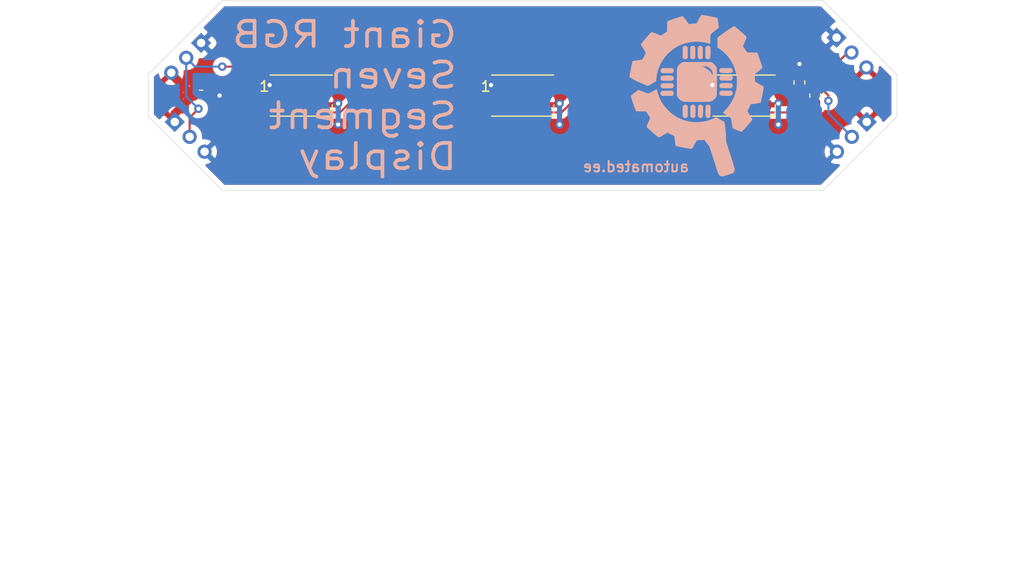
<source format=kicad_pcb>
(kicad_pcb (version 20171130) (host pcbnew 5.1.5)

  (general
    (thickness 1.6)
    (drawings 30)
    (tracks 73)
    (zones 0)
    (modules 11)
    (nets 8)
  )

  (page A4)
  (layers
    (0 F.Cu signal)
    (31 B.Cu signal)
    (32 B.Adhes user)
    (33 F.Adhes user)
    (34 B.Paste user)
    (35 F.Paste user)
    (36 B.SilkS user)
    (37 F.SilkS user)
    (38 B.Mask user)
    (39 F.Mask user)
    (40 Dwgs.User user)
    (41 Cmts.User user)
    (42 Eco1.User user)
    (43 Eco2.User user)
    (44 Edge.Cuts user)
    (45 Margin user)
    (46 B.CrtYd user)
    (47 F.CrtYd user)
    (48 B.Fab user)
    (49 F.Fab user)
  )

  (setup
    (last_trace_width 0.25)
    (user_trace_width 0.2)
    (user_trace_width 0.5)
    (user_trace_width 0.8)
    (trace_clearance 0.2)
    (zone_clearance 0.508)
    (zone_45_only no)
    (trace_min 0.2)
    (via_size 0.8)
    (via_drill 0.4)
    (via_min_size 0.4)
    (via_min_drill 0.3)
    (uvia_size 0.3)
    (uvia_drill 0.1)
    (uvias_allowed no)
    (uvia_min_size 0.2)
    (uvia_min_drill 0.1)
    (edge_width 0.05)
    (segment_width 0.2)
    (pcb_text_width 0.3)
    (pcb_text_size 1.5 1.5)
    (mod_edge_width 0.12)
    (mod_text_size 1 1)
    (mod_text_width 0.15)
    (pad_size 1.524 1.524)
    (pad_drill 0.762)
    (pad_to_mask_clearance 0.051)
    (solder_mask_min_width 0.25)
    (aux_axis_origin 0 0)
    (grid_origin 186 104)
    (visible_elements FFFFFF7F)
    (pcbplotparams
      (layerselection 0x010fc_ffffffff)
      (usegerberextensions false)
      (usegerberattributes false)
      (usegerberadvancedattributes false)
      (creategerberjobfile false)
      (excludeedgelayer true)
      (linewidth 0.100000)
      (plotframeref false)
      (viasonmask false)
      (mode 1)
      (useauxorigin false)
      (hpglpennumber 1)
      (hpglpenspeed 20)
      (hpglpendiameter 15.000000)
      (psnegative false)
      (psa4output false)
      (plotreference true)
      (plotvalue true)
      (plotinvisibletext false)
      (padsonsilk false)
      (subtractmaskfromsilk false)
      (outputformat 1)
      (mirror false)
      (drillshape 1)
      (scaleselection 1)
      (outputdirectory ""))
  )

  (net 0 "")
  (net 1 GND)
  (net 2 +5V)
  (net 3 "Net-(D101-Pad2)")
  (net 4 /DIN)
  (net 5 "Net-(D102-Pad2)")
  (net 6 "Net-(D103-Pad2)")
  (net 7 /DOUT)

  (net_class Default "This is the default net class."
    (clearance 0.2)
    (trace_width 0.25)
    (via_dia 0.8)
    (via_drill 0.4)
    (uvia_dia 0.3)
    (uvia_drill 0.1)
    (add_net +5V)
    (add_net /DIN)
    (add_net /DOUT)
    (add_net GND)
    (add_net "Net-(D101-Pad2)")
    (add_net "Net-(D102-Pad2)")
    (add_net "Net-(D103-Pad2)")
  )

  (module Capacitor_SMD:C_0603_1608Metric (layer F.Cu) (tedit 5B301BBE) (tstamp 5DED92B5)
    (at 240.75 93.75 270)
    (descr "Capacitor SMD 0603 (1608 Metric), square (rectangular) end terminal, IPC_7351 nominal, (Body size source: http://www.tortai-tech.com/upload/download/2011102023233369053.pdf), generated with kicad-footprint-generator")
    (tags capacitor)
    (path /5EA87AF9)
    (attr smd)
    (fp_text reference C1 (at 0 -1.43 90) (layer F.SilkS) hide
      (effects (font (size 1 1) (thickness 0.15)))
    )
    (fp_text value 2.2uF/10V (at 0 1.43 90) (layer F.Fab)
      (effects (font (size 1 1) (thickness 0.15)))
    )
    (fp_text user %R (at 0 0 90) (layer F.Fab)
      (effects (font (size 0.4 0.4) (thickness 0.06)))
    )
    (fp_line (start 1.48 0.73) (end -1.48 0.73) (layer F.CrtYd) (width 0.05))
    (fp_line (start 1.48 -0.73) (end 1.48 0.73) (layer F.CrtYd) (width 0.05))
    (fp_line (start -1.48 -0.73) (end 1.48 -0.73) (layer F.CrtYd) (width 0.05))
    (fp_line (start -1.48 0.73) (end -1.48 -0.73) (layer F.CrtYd) (width 0.05))
    (fp_line (start -0.162779 0.51) (end 0.162779 0.51) (layer F.SilkS) (width 0.12))
    (fp_line (start -0.162779 -0.51) (end 0.162779 -0.51) (layer F.SilkS) (width 0.12))
    (fp_line (start 0.8 0.4) (end -0.8 0.4) (layer F.Fab) (width 0.1))
    (fp_line (start 0.8 -0.4) (end 0.8 0.4) (layer F.Fab) (width 0.1))
    (fp_line (start -0.8 -0.4) (end 0.8 -0.4) (layer F.Fab) (width 0.1))
    (fp_line (start -0.8 0.4) (end -0.8 -0.4) (layer F.Fab) (width 0.1))
    (pad 2 smd roundrect (at 0.7875 0 270) (size 0.875 0.95) (layers F.Cu F.Paste F.Mask) (roundrect_rratio 0.25)
      (net 1 GND))
    (pad 1 smd roundrect (at -0.7875 0 270) (size 0.875 0.95) (layers F.Cu F.Paste F.Mask) (roundrect_rratio 0.25)
      (net 2 +5V))
    (model ${KISYS3DMOD}/Capacitor_SMD.3dshapes/C_0603_1608Metric.wrl
      (at (xyz 0 0 0))
      (scale (xyz 1 1 1))
      (rotate (xyz 0 0 0))
    )
  )

  (module Connector_PinHeader_2.00mm:PinHeader_1x03_P2.00mm_Vertical (layer F.Cu) (tedit 5DE6DC29) (tstamp 5DE72B1E)
    (at 184 90 315)
    (descr "Through hole straight pin header, 1x03, 2.00mm pitch, single row")
    (tags "Through hole pin header THT 1x03 2.00mm single row")
    (path /5DE71ACE)
    (fp_text reference J101 (at 0 -2.06 315) (layer F.SilkS) hide
      (effects (font (size 1 1) (thickness 0.15)))
    )
    (fp_text value Conn_01x03 (at 0 6.06 315) (layer F.Fab)
      (effects (font (size 1 1) (thickness 0.15)))
    )
    (fp_text user %R (at 0 2 45) (layer F.Fab)
      (effects (font (size 1 1) (thickness 0.15)))
    )
    (fp_line (start 1.5 -1.5) (end -1.5 -1.5) (layer F.CrtYd) (width 0.05))
    (fp_line (start 1.5 5.5) (end 1.5 -1.5) (layer F.CrtYd) (width 0.05))
    (fp_line (start -1.5 5.5) (end 1.5 5.5) (layer F.CrtYd) (width 0.05))
    (fp_line (start -1.5 -1.5) (end -1.5 5.5) (layer F.CrtYd) (width 0.05))
    (fp_line (start -1 -0.5) (end -0.5 -1) (layer F.Fab) (width 0.1))
    (fp_line (start -1 5) (end -1 -0.5) (layer F.Fab) (width 0.1))
    (fp_line (start 1 5) (end -1 5) (layer F.Fab) (width 0.1))
    (fp_line (start 1 -1) (end 1 5) (layer F.Fab) (width 0.1))
    (fp_line (start -0.5 -1) (end 1 -1) (layer F.Fab) (width 0.1))
    (pad 3 thru_hole oval (at 0 4 315) (size 1.35 1.35) (drill 0.8) (layers *.Cu *.Mask)
      (net 1 GND))
    (pad 2 thru_hole oval (at 0 2 315) (size 1.35 1.35) (drill 0.8) (layers *.Cu *.Mask)
      (net 4 /DIN))
    (pad 1 thru_hole rect (at 0 0 315) (size 1.35 1.35) (drill 0.8) (layers *.Cu *.Mask)
      (net 2 +5V))
    (model ${KISYS3DMOD}/Connector_PinHeader_2.00mm.3dshapes/PinHeader_1x03_P2.00mm_Vertical.wrl
      (at (xyz 0 0 0))
      (scale (xyz 1 1 1))
      (rotate (xyz 0 0 0))
    )
  )

  (module Automated:fully_automated_logo_silkscreen (layer B.Cu) (tedit 5CEA885C) (tstamp 5DED95EC)
    (at 231 95 180)
    (descr "Fully Automated Logo 13x15.5mm on front silkscreen")
    (tags "fully automated logo")
    (path /5DEA2F6C)
    (attr virtual)
    (fp_text reference G101 (at -7.7 -9.1) (layer B.SilkS) hide
      (effects (font (size 1.524 1.524) (thickness 0.3)) (justify mirror))
    )
    (fp_text value Fully_Automated_Logo (at -7.1 -7) (layer B.SilkS) hide
      (effects (font (size 1.524 1.524) (thickness 0.3)) (justify mirror))
    )
    (fp_poly (pts (xy 1.199122 4.688409) (xy 1.246553 4.650154) (xy 1.3208 4.575908) (xy 1.3208 3.602893)
      (xy 1.246553 3.528647) (xy 1.15462 3.467532) (xy 1.05493 3.454626) (xy 0.956345 3.490283)
      (xy 0.922166 3.515646) (xy 0.8509 3.576892) (xy 0.842907 4.039822) (xy 0.841108 4.239845)
      (xy 0.843558 4.392192) (xy 0.85038 4.49982) (xy 0.861699 4.565684) (xy 0.865458 4.576487)
      (xy 0.925658 4.665618) (xy 1.009051 4.715474) (xy 1.104064 4.723816) (xy 1.199122 4.688409)) (layer B.SilkS) (width 0.01))
    (fp_poly (pts (xy 0.491399 4.68852) (xy 0.525633 4.6631) (xy 0.5969 4.601799) (xy 0.5969 3.577002)
      (xy 0.525633 3.515701) (xy 0.429715 3.462079) (xy 0.329426 3.457152) (xy 0.233619 3.500568)
      (xy 0.201246 3.528647) (xy 0.127 3.602893) (xy 0.127 4.575908) (xy 0.201246 4.650154)
      (xy 0.293174 4.711273) (xy 0.392843 4.724179) (xy 0.491399 4.68852)) (layer B.SilkS) (width 0.01))
    (fp_poly (pts (xy -0.270044 4.705997) (xy -0.186205 4.654849) (xy -0.131317 4.57331) (xy -0.129754 4.568982)
      (xy -0.119484 4.513772) (xy -0.111023 4.41785) (xy -0.104956 4.291286) (xy -0.10187 4.144153)
      (xy -0.1016 4.084794) (xy -0.103828 3.89612) (xy -0.111403 3.751545) (xy -0.125661 3.644529)
      (xy -0.147939 3.56853) (xy -0.179572 3.517007) (xy -0.221898 3.483419) (xy -0.22478 3.481845)
      (xy -0.323768 3.454541) (xy -0.427839 3.466658) (xy -0.515898 3.515682) (xy -0.516992 3.516688)
      (xy -0.5842 3.578975) (xy -0.583393 4.081838) (xy -0.582613 4.263218) (xy -0.580027 4.400849)
      (xy -0.574277 4.501778) (xy -0.564005 4.573054) (xy -0.547851 4.621725) (xy -0.524457 4.65484)
      (xy -0.492463 4.679446) (xy -0.46522 4.694852) (xy -0.367996 4.721187) (xy -0.270044 4.705997)) (layer B.SilkS) (width 0.01))
    (fp_poly (pts (xy -1.032204 4.72024) (xy -0.938704 4.67351) (xy -0.912447 4.650154) (xy -0.8382 4.575908)
      (xy -0.8382 3.585916) (xy -0.916349 3.520158) (xy -1.009321 3.468747) (xy -1.110577 3.455577)
      (xy -1.200151 3.481835) (xy -1.241398 3.512765) (xy -1.272303 3.555624) (xy -1.294261 3.617437)
      (xy -1.308668 3.705229) (xy -1.316918 3.826024) (xy -1.320406 3.986848) (xy -1.3208 4.0894)
      (xy -1.319743 4.261893) (xy -1.316196 4.391043) (xy -1.309601 4.484271) (xy -1.299398 4.548998)
      (xy -1.285027 4.592645) (xy -1.282438 4.597909) (xy -1.2153 4.680854) (xy -1.128146 4.72216)
      (xy -1.032204 4.72024)) (layer B.SilkS) (width 0.01))
    (fp_poly (pts (xy 3.096791 2.610842) (xy 3.204419 2.60402) (xy 3.270283 2.592701) (xy 3.281086 2.588942)
      (xy 3.370217 2.528742) (xy 3.420073 2.445349) (xy 3.428415 2.350336) (xy 3.393008 2.255278)
      (xy 3.354753 2.207847) (xy 3.280507 2.1336) (xy 2.307492 2.1336) (xy 2.233246 2.207847)
      (xy 2.172131 2.29978) (xy 2.159225 2.39947) (xy 2.194882 2.498055) (xy 2.220245 2.532234)
      (xy 2.281491 2.6035) (xy 2.744421 2.611493) (xy 2.944444 2.613292) (xy 3.096791 2.610842)) (layer B.SilkS) (width 0.01))
    (fp_poly (pts (xy -2.224758 2.538052) (xy -2.169495 2.440471) (xy -2.159797 2.341466) (xy -2.19395 2.251353)
      (xy -2.270245 2.180447) (xy -2.285492 2.171963) (xy -2.343339 2.156091) (xy -2.440538 2.144156)
      (xy -2.566107 2.136146) (xy -2.709064 2.132047) (xy -2.858426 2.131846) (xy -3.003212 2.13553)
      (xy -3.132439 2.143085) (xy -3.235125 2.154499) (xy -3.300288 2.169758) (xy -3.307712 2.173194)
      (xy -3.388271 2.24163) (xy -3.427352 2.329826) (xy -3.42348 2.426236) (xy -3.375182 2.519313)
      (xy -3.354754 2.541954) (xy -3.280508 2.6162) (xy -2.290516 2.6162) (xy -2.224758 2.538052)) (layer B.SilkS) (width 0.01))
    (fp_poly (pts (xy -2.233247 1.830754) (xy -2.177316 1.756314) (xy -2.159147 1.673823) (xy -2.159 1.6637)
      (xy -2.173808 1.57898) (xy -2.225266 1.50481) (xy -2.233247 1.496647) (xy -2.307493 1.4224)
      (xy -3.280508 1.4224) (xy -3.354754 1.496647) (xy -3.410685 1.571087) (xy -3.428854 1.653578)
      (xy -3.429 1.6637) (xy -3.414193 1.748421) (xy -3.362735 1.822591) (xy -3.354754 1.830754)
      (xy -3.280508 1.905) (xy -2.307493 1.905) (xy -2.233247 1.830754)) (layer B.SilkS) (width 0.01))
    (fp_poly (pts (xy 2.879627 1.901828) (xy 3.018422 1.895276) (xy 3.142832 1.886046) (xy 3.242196 1.874569)
      (xy 3.305851 1.861274) (xy 3.319242 1.855338) (xy 3.389999 1.781609) (xy 3.422995 1.688182)
      (xy 3.418227 1.589338) (xy 3.375697 1.499359) (xy 3.319242 1.446432) (xy 3.274169 1.433158)
      (xy 3.188737 1.421931) (xy 3.073354 1.412983) (xy 2.938428 1.406545) (xy 2.794368 1.402852)
      (xy 2.651581 1.402134) (xy 2.520476 1.404625) (xy 2.411462 1.410556) (xy 2.334945 1.420161)
      (xy 2.318888 1.42409) (xy 2.227606 1.474594) (xy 2.174013 1.558676) (xy 2.159 1.657807)
      (xy 2.180842 1.760726) (xy 2.244841 1.836758) (xy 2.348707 1.883611) (xy 2.39385 1.892661)
      (xy 2.483559 1.901119) (xy 2.601533 1.90518) (xy 2.73711 1.905273) (xy 2.879627 1.901828)) (layer B.SilkS) (width 0.01))
    (fp_poly (pts (xy -0.463061 7.648193) (xy -0.436753 7.618709) (xy -0.391238 7.552303) (xy -0.331425 7.456767)
      (xy -0.262222 7.33989) (xy -0.202392 7.234455) (xy 0.014316 6.8453) (xy 0.280208 6.82805)
      (xy 0.402291 6.819334) (xy 0.515232 6.809867) (xy 0.603134 6.801049) (xy 0.637883 6.796554)
      (xy 0.729667 6.782309) (xy 0.984268 7.118605) (xy 1.073408 7.235027) (xy 1.155693 7.340066)
      (xy 1.224675 7.425675) (xy 1.273907 7.483805) (xy 1.29219 7.502975) (xy 1.308761 7.516498)
      (xy 1.327761 7.525088) (xy 1.354766 7.527342) (xy 1.395352 7.521859) (xy 1.455095 7.507236)
      (xy 1.539569 7.482071) (xy 1.654352 7.44496) (xy 1.805019 7.394502) (xy 1.997146 7.329295)
      (xy 2.038005 7.315392) (xy 2.21697 7.254009) (xy 2.38097 7.196842) (xy 2.52362 7.146189)
      (xy 2.638534 7.10435) (xy 2.71933 7.073622) (xy 2.759621 7.056303) (xy 2.76225 7.054657)
      (xy 2.774512 7.02914) (xy 2.783698 6.971464) (xy 2.790121 6.87699) (xy 2.794094 6.741083)
      (xy 2.795932 6.559105) (xy 2.795944 6.55644) (xy 2.797888 6.0833) (xy 3.098406 5.886747)
      (xy 3.398924 5.690193) (xy 3.787235 5.854997) (xy 3.922229 5.910559) (xy 4.045581 5.958127)
      (xy 4.147763 5.99427) (xy 4.219248 6.015556) (xy 4.244862 6.0198) (xy 4.271447 6.014535)
      (xy 4.304614 5.995927) (xy 4.348656 5.95976) (xy 4.407865 5.901816) (xy 4.486532 5.817878)
      (xy 4.588949 5.703728) (xy 4.719407 5.55515) (xy 4.729527 5.54355) (xy 4.880487 5.370432)
      (xy 5.001329 5.231464) (xy 5.095268 5.12246) (xy 5.165517 5.039235) (xy 5.215292 4.977602)
      (xy 5.247806 4.933376) (xy 5.266272 4.90237) (xy 5.273905 4.8804) (xy 5.273919 4.863278)
      (xy 5.269529 4.846819) (xy 5.26807 4.842158) (xy 5.249797 4.802732) (xy 5.209973 4.728459)
      (xy 5.1534 4.627923) (xy 5.08488 4.509708) (xy 5.034142 4.423988) (xy 4.81693 4.060076)
      (xy 4.966981 3.750888) (xy 5.023066 3.635993) (xy 5.07165 3.537722) (xy 5.108246 3.465058)
      (xy 5.128367 3.426985) (xy 5.130266 3.423966) (xy 5.15863 3.415097) (xy 5.228942 3.40163)
      (xy 5.332704 3.38495) (xy 5.461417 3.366442) (xy 5.5753 3.351421) (xy 5.720328 3.332065)
      (xy 5.849616 3.313034) (xy 5.953922 3.295827) (xy 6.024004 3.281945) (xy 6.048628 3.274575)
      (xy 6.061911 3.267814) (xy 6.072986 3.259728) (xy 6.083178 3.245005) (xy 6.093817 3.218332)
      (xy 6.106227 3.174397) (xy 6.121737 3.107889) (xy 6.141673 3.013495) (xy 6.167363 2.885903)
      (xy 6.200133 2.719802) (xy 6.241311 2.509879) (xy 6.247353 2.479082) (xy 6.281426 2.30095)
      (xy 6.311003 2.137578) (xy 6.334932 1.996072) (xy 6.35206 1.883538) (xy 6.361234 1.807083)
      (xy 6.361631 1.774634) (xy 6.330881 1.738943) (xy 6.259252 1.686547) (xy 6.152632 1.620572)
      (xy 6.016911 1.544143) (xy 5.85798 1.460386) (xy 5.681727 1.372426) (xy 5.494043 1.283388)
      (xy 5.300817 1.196397) (xy 5.152448 1.132979) (xy 5.000697 1.069958) (xy 4.865374 1.01419)
      (xy 4.753262 0.968434) (xy 4.671139 0.935449) (xy 4.625786 0.917994) (xy 4.619048 0.915944)
      (xy 4.595202 0.928463) (xy 4.534604 0.96223) (xy 4.444526 1.013139) (xy 4.332236 1.077086)
      (xy 4.225508 1.138194) (xy 3.840917 1.3589) (xy 3.82363 1.5748) (xy 3.765181 2.004045)
      (xy 3.65898 2.420484) (xy 3.50373 2.828849) (xy 3.443232 2.9591) (xy 3.22958 3.343096)
      (xy 2.977833 3.695554) (xy 2.691205 4.014363) (xy 2.372905 4.297412) (xy 2.026147 4.542589)
      (xy 1.654142 4.747781) (xy 1.260102 4.910877) (xy 0.847239 5.029765) (xy 0.418763 5.102333)
      (xy 0.1524 5.122897) (xy -0.124873 5.122581) (xy -0.415933 5.100445) (xy -0.705568 5.058752)
      (xy -0.978565 4.999768) (xy -1.219714 4.925757) (xy -1.25095 4.913983) (xy -1.267656 4.910911)
      (xy -1.279595 4.921317) (xy -1.287579 4.952139) (xy -1.292421 5.010312) (xy -1.29493 5.102773)
      (xy -1.29592 5.23646) (xy -1.296067 5.299533) (xy -1.29736 5.462393) (xy -1.301158 5.583438)
      (xy -1.308261 5.671621) (xy -1.31947 5.7359) (xy -1.335587 5.785228) (xy -1.340517 5.796359)
      (xy -1.371954 5.84506) (xy -1.428259 5.905586) (xy -1.514204 5.982287) (xy -1.63456 6.079517)
      (xy -1.7399 6.16065) (xy -1.855437 6.248535) (xy -1.956146 6.325301) (xy -2.035386 6.385874)
      (xy -2.086513 6.425176) (xy -2.102934 6.438092) (xy -2.102379 6.464395) (xy -2.096051 6.532428)
      (xy -2.084882 6.633566) (xy -2.069807 6.759184) (xy -2.058532 6.8485) (xy -2.040909 6.987172)
      (xy -2.025849 7.108698) (xy -2.014462 7.203886) (xy -2.007857 7.263541) (xy -2.006649 7.278596)
      (xy -2.002741 7.307065) (xy -1.987756 7.332042) (xy -1.956636 7.355163) (xy -1.904326 7.378062)
      (xy -1.825767 7.402375) (xy -1.715904 7.429737) (xy -1.569677 7.461782) (xy -1.382031 7.500145)
      (xy -1.225061 7.531293) (xy -0.990811 7.576603) (xy -0.803199 7.610943) (xy -0.65936 7.634755)
      (xy -0.556429 7.648477) (xy -0.491542 7.652549) (xy -0.463061 7.648193)) (layer B.SilkS) (width 0.01))
    (fp_poly (pts (xy -2.608954 1.192235) (xy -2.467686 1.186583) (xy -2.363241 1.175409) (xy -2.288666 1.157279)
      (xy -2.237008 1.130759) (xy -2.201314 1.094415) (xy -2.185153 1.068207) (xy -2.158155 0.969162)
      (xy -2.172193 0.866352) (xy -2.224467 0.779678) (xy -2.225964 0.778164) (xy -2.292928 0.7112)
      (xy -3.297485 0.7112) (xy -3.363243 0.789349) (xy -3.416514 0.885804) (xy -3.427079 0.989414)
      (xy -3.402848 1.068207) (xy -3.373237 1.110921) (xy -3.331704 1.142977) (xy -3.271296 1.165809)
      (xy -3.185059 1.180852) (xy -3.066041 1.189539) (xy -2.907286 1.193305) (xy -2.794 1.1938)
      (xy -2.608954 1.192235)) (layer B.SilkS) (width 0.01))
    (fp_poly (pts (xy 3.354753 1.094154) (xy 3.415435 1.003625) (xy 3.430823 0.907237) (xy 3.402504 0.81622)
      (xy 3.332062 0.741803) (xy 3.302508 0.724163) (xy 3.26236 0.709312) (xy 3.203325 0.698734)
      (xy 3.117917 0.691896) (xy 2.998652 0.68826) (xy 2.838045 0.687292) (xy 2.788911 0.687411)
      (xy 2.640943 0.689176) (xy 2.507693 0.693053) (xy 2.398744 0.698584) (xy 2.323674 0.705311)
      (xy 2.295067 0.710987) (xy 2.215855 0.767069) (xy 2.17069 0.849274) (xy 2.16174 0.944176)
      (xy 2.19117 1.038347) (xy 2.233246 1.094154) (xy 2.307492 1.1684) (xy 3.280507 1.1684)
      (xy 3.354753 1.094154)) (layer B.SilkS) (width 0.01))
    (fp_poly (pts (xy 3.306501 0.4445) (xy 3.36775 0.373234) (xy 3.421337 0.277282) (xy 3.42623 0.17697)
      (xy 3.382784 0.081158) (xy 3.354753 0.048847) (xy 3.280507 -0.0254) (xy 2.307492 -0.0254)
      (xy 2.233246 0.048847) (xy 2.170802 0.140884) (xy 2.15767 0.238324) (xy 2.193821 0.334485)
      (xy 2.234759 0.384468) (xy 2.310519 0.460228) (xy 3.306501 0.4445)) (layer B.SilkS) (width 0.01))
    (fp_poly (pts (xy -2.225964 0.390237) (xy -2.169162 0.302354) (xy -2.155699 0.205955) (xy -2.183056 0.113981)
      (xy -2.248711 0.03937) (xy -2.299929 0.01055) (xy -2.357615 -0.00236) (xy -2.454648 -0.012433)
      (xy -2.57965 -0.019578) (xy -2.721244 -0.023705) (xy -2.86805 -0.024723) (xy -3.008691 -0.02254)
      (xy -3.131788 -0.017065) (xy -3.225964 -0.008207) (xy -3.2766 0.002737) (xy -3.364829 0.060819)
      (xy -3.415191 0.143939) (xy -3.425019 0.240506) (xy -3.391643 0.338927) (xy -3.363243 0.379052)
      (xy -3.297485 0.4572) (xy -2.292928 0.4572) (xy -2.225964 0.390237)) (layer B.SilkS) (width 0.01))
    (fp_poly (pts (xy 1.410203 3.120386) (xy 1.540757 3.03244) (xy 1.662838 2.916139) (xy 1.762341 2.786739)
      (xy 1.818197 2.678985) (xy 1.829241 2.647835) (xy 1.838483 2.613558) (xy 1.846082 2.571579)
      (xy 1.852198 2.517323) (xy 1.85699 2.446212) (xy 1.860618 2.353673) (xy 1.863242 2.235129)
      (xy 1.865021 2.086004) (xy 1.866115 1.901724) (xy 1.866683 1.677712) (xy 1.866885 1.409394)
      (xy 1.8669 1.2827) (xy 1.8669 0.0127) (xy 1.780334 -0.146944) (xy 1.677722 -0.303344)
      (xy 1.554942 -0.422867) (xy 1.398025 -0.518667) (xy 1.372759 -0.530831) (xy 1.2319 -0.5969)
      (xy 0.0254 -0.601106) (xy -0.231579 -0.601492) (xy -0.472272 -0.600866) (xy -0.69158 -0.599303)
      (xy -0.884403 -0.596882) (xy -1.045643 -0.593678) (xy -1.170199 -0.589768) (xy -1.252972 -0.58523)
      (xy -1.284978 -0.581366) (xy -1.425171 -0.529848) (xy -1.568257 -0.444633) (xy -1.695658 -0.338065)
      (xy -1.758608 -0.2667) (xy -1.796267 -0.21641) (xy -1.828052 -0.16955) (xy -1.854434 -0.121516)
      (xy -1.875883 -0.067701) (xy -1.892869 -0.003502) (xy -1.905863 0.075687) (xy -1.915335 0.17447)
      (xy -1.921755 0.297452) (xy -1.925594 0.449238) (xy -1.927321 0.634433) (xy -1.927408 0.857641)
      (xy -1.926323 1.123468) (xy -1.924974 1.362229) (xy -1.921478 1.958957) (xy -1.548484 1.958957)
      (xy -1.547568 1.7907) (xy -1.49934 1.924723) (xy -1.460854 2.019715) (xy -1.417292 2.110365)
      (xy -1.39684 2.14656) (xy -1.312905 2.25256) (xy -1.187492 2.36953) (xy -1.027192 2.492017)
      (xy -0.838598 2.614568) (xy -0.811673 2.630618) (xy -0.556291 2.7813) (xy -0.713152 2.788946)
      (xy -0.905144 2.774021) (xy -1.084981 2.713332) (xy -1.245836 2.611635) (xy -1.380881 2.473685)
      (xy -1.483288 2.304239) (xy -1.512329 2.232286) (xy -1.532156 2.14899) (xy -1.545239 2.04177)
      (xy -1.548484 1.958957) (xy -1.921478 1.958957) (xy -1.9177 2.6035) (xy -1.850053 2.73166)
      (xy -1.746299 2.886191) (xy -1.613181 3.021261) (xy -1.465749 3.121821) (xy -1.45379 3.127923)
      (xy -1.3335 3.1877) (xy 1.2827 3.1877) (xy 1.410203 3.120386)) (layer B.SilkS) (width 0.01))
    (fp_poly (pts (xy 1.181346 -0.888173) (xy 1.236833 -0.924845) (xy 1.3081 -0.986091) (xy 1.316092 -1.449021)
      (xy 1.31818 -1.638448) (xy 1.316193 -1.783989) (xy 1.308814 -1.892478) (xy 1.294728 -1.970754)
      (xy 1.272619 -2.025653) (xy 1.241173 -2.064013) (xy 1.199073 -2.092671) (xy 1.191483 -2.096697)
      (xy 1.086275 -2.131023) (xy 0.993005 -2.116806) (xy 0.912446 -2.059353) (xy 0.8382 -1.985107)
      (xy 0.8382 -1.491562) (xy 0.838372 -1.321629) (xy 0.83945 -1.194922) (xy 0.842276 -1.103867)
      (xy 0.84769 -1.04089) (xy 0.856534 -0.998416) (xy 0.869648 -0.968872) (xy 0.887876 -0.944684)
      (xy 0.900487 -0.930808) (xy 0.983002 -0.87598) (xy 1.081589 -0.86168) (xy 1.181346 -0.888173)) (layer B.SilkS) (width 0.01))
    (fp_poly (pts (xy 0.468368 -0.887465) (xy 0.521854 -0.925945) (xy 0.543043 -0.94836) (xy 0.558789 -0.972163)
      (xy 0.569898 -1.004735) (xy 0.577181 -1.053455) (xy 0.581444 -1.125701) (xy 0.583497 -1.228855)
      (xy 0.584146 -1.370295) (xy 0.5842 -1.495187) (xy 0.5842 -2.002084) (xy 0.506051 -2.067842)
      (xy 0.411449 -2.122894) (xy 0.317691 -2.127296) (xy 0.223323 -2.081006) (xy 0.19725 -2.059544)
      (xy 0.1143 -1.985489) (xy 0.106128 -1.571586) (xy 0.103469 -1.385094) (xy 0.104454 -1.24194)
      (xy 0.110053 -1.134728) (xy 0.121236 -1.056068) (xy 0.138973 -0.998566) (xy 0.164232 -0.954829)
      (xy 0.191028 -0.924262) (xy 0.274185 -0.87391) (xy 0.372678 -0.861675) (xy 0.468368 -0.887465)) (layer B.SilkS) (width 0.01))
    (fp_poly (pts (xy -0.290759 -0.869337) (xy -0.234252 -0.886564) (xy -0.192283 -0.921789) (xy -0.162754 -0.980715)
      (xy -0.143568 -1.069045) (xy -0.132625 -1.192481) (xy -0.127828 -1.356725) (xy -0.127 -1.508213)
      (xy -0.127276 -1.674146) (xy -0.128659 -1.797101) (xy -0.131983 -1.884898) (xy -0.138083 -1.945358)
      (xy -0.147792 -1.986302) (xy -0.161944 -2.015551) (xy -0.181373 -2.040925) (xy -0.18415 -2.044141)
      (xy -0.262403 -2.100594) (xy -0.359154 -2.124354) (xy -0.453808 -2.111572) (xy -0.479805 -2.099416)
      (xy -0.522326 -2.070936) (xy -0.554323 -2.036231) (xy -0.577285 -1.988113) (xy -0.592704 -1.919392)
      (xy -0.602068 -1.822882) (xy -0.606868 -1.691392) (xy -0.608594 -1.517735) (xy -0.6087 -1.477596)
      (xy -0.6096 -1.012092) (xy -0.535354 -0.937846) (xy -0.464666 -0.883543) (xy -0.386696 -0.864857)
      (xy -0.363904 -0.864407) (xy -0.290759 -0.869337)) (layer B.SilkS) (width 0.01))
    (fp_poly (pts (xy -0.964683 -0.894907) (xy -0.922167 -0.924845) (xy -0.8509 -0.986091) (xy -0.842908 -1.449021)
      (xy -0.84082 -1.638448) (xy -0.842807 -1.783989) (xy -0.850186 -1.892478) (xy -0.864272 -1.970754)
      (xy -0.886381 -2.025653) (xy -0.917827 -2.064013) (xy -0.959927 -2.092671) (xy -0.967517 -2.096697)
      (xy -1.062765 -2.12906) (xy -1.155227 -2.119032) (xy -1.184733 -2.108413) (xy -1.22908 -2.086817)
      (xy -1.262655 -2.058043) (xy -1.286936 -2.015307) (xy -1.303399 -1.951824) (xy -1.313523 -1.860809)
      (xy -1.318786 -1.73548) (xy -1.320665 -1.56905) (xy -1.3208 -1.483711) (xy -1.3208 -0.997527)
      (xy -1.253837 -0.930563) (xy -1.165661 -0.875066) (xy -1.064686 -0.863101) (xy -0.964683 -0.894907)) (layer B.SilkS) (width 0.01))
    (fp_poly (pts (xy -3.562733 6.56765) (xy -3.545616 6.563178) (xy -3.476 6.533071) (xy -3.372617 6.476619)
      (xy -3.242173 6.398176) (xy -3.091376 6.302097) (xy -2.926931 6.192737) (xy -2.755546 6.074451)
      (xy -2.583926 5.951593) (xy -2.445706 5.848966) (xy -1.983112 5.4991) (xy -1.9812 4.573172)
      (xy -2.05105 4.529014) (xy -2.183414 4.438178) (xy -2.335021 4.322696) (xy -2.490464 4.19507)
      (xy -2.634335 4.067801) (xy -2.716231 3.989308) (xy -3.005527 3.66428) (xy -3.254921 3.308552)
      (xy -3.463269 2.924265) (xy -3.629427 2.513559) (xy -3.752251 2.078576) (xy -3.762497 2.032)
      (xy -3.794857 1.831626) (xy -3.81533 1.598187) (xy -3.823898 1.346992) (xy -3.820541 1.093347)
      (xy -3.805242 0.852561) (xy -3.77798 0.639941) (xy -3.764295 0.568857) (xy -3.648164 0.135592)
      (xy -3.492438 -0.267235) (xy -3.295178 -0.643282) (xy -3.054447 -0.996208) (xy -2.768304 -1.329673)
      (xy -2.746162 -1.352755) (xy -2.640376 -1.463979) (xy -2.567876 -1.54483) (xy -2.525106 -1.59991)
      (xy -2.508514 -1.633827) (xy -2.514545 -1.651185) (xy -2.515447 -1.651741) (xy -2.728217 -1.776254)
      (xy -2.899401 -1.878815) (xy -3.032187 -1.961473) (xy -3.129761 -2.026276) (xy -3.195311 -2.075272)
      (xy -3.232025 -2.11051) (xy -3.234596 -2.113845) (xy -3.256018 -2.153485) (xy -3.27586 -2.215274)
      (xy -3.295571 -2.306053) (xy -3.316599 -2.432665) (xy -3.340392 -2.601952) (xy -3.344528 -2.633269)
      (xy -3.364556 -2.779091) (xy -3.383852 -2.907109) (xy -3.401012 -3.008938) (xy -3.414633 -3.076195)
      (xy -3.422644 -3.100183) (xy -3.459926 -3.121551) (xy -3.5343 -3.156147) (xy -3.635612 -3.199921)
      (xy -3.753711 -3.24882) (xy -3.878445 -3.298794) (xy -3.999663 -3.34579) (xy -4.107212 -3.385757)
      (xy -4.19094 -3.414644) (xy -4.240697 -3.4284) (xy -4.246563 -3.429) (xy -4.277117 -3.420631)
      (xy -4.318711 -3.392615) (xy -4.375921 -3.340588) (xy -4.453323 -3.260185) (xy -4.555494 -3.14704)
      (xy -4.624889 -3.068146) (xy -4.790813 -2.878271) (xy -4.926304 -2.722878) (xy -5.034344 -2.598186)
      (xy -5.117916 -2.500415) (xy -5.180002 -2.425782) (xy -5.223584 -2.370508) (xy -5.251646 -2.330811)
      (xy -5.26717 -2.302912) (xy -5.273138 -2.283028) (xy -5.272532 -2.267379) (xy -5.268399 -2.252389)
      (xy -5.250001 -2.212581) (xy -5.210064 -2.137971) (xy -5.153404 -2.037184) (xy -5.084842 -1.918843)
      (xy -5.034596 -1.833944) (xy -4.817837 -1.470789) (xy -4.966246 -1.160844) (xy -5.022127 -1.045261)
      (xy -5.071118 -0.946014) (xy -5.108635 -0.872242) (xy -5.130091 -0.833085) (xy -5.132319 -0.829878)
      (xy -5.162101 -0.819977) (xy -5.233897 -0.805431) (xy -5.339286 -0.78767) (xy -5.469848 -0.768125)
      (xy -5.599494 -0.750506) (xy -5.745918 -0.730349) (xy -5.875192 -0.710378) (xy -5.978726 -0.692096)
      (xy -6.047928 -0.677004) (xy -6.073565 -0.667595) (xy -6.084514 -0.637238) (xy -6.103459 -0.563423)
      (xy -6.128973 -0.45261) (xy -6.159627 -0.311259) (xy -6.193992 -0.14583) (xy -6.230642 0.037218)
      (xy -6.24034 0.086749) (xy -6.281412 0.298946) (xy -6.313081 0.466855) (xy -6.336091 0.595962)
      (xy -6.351184 0.691756) (xy -6.359107 0.759723) (xy -6.360602 0.805352) (xy -6.356415 0.834129)
      (xy -6.347289 0.851542) (xy -6.344482 0.854605) (xy -6.310274 0.879214) (xy -6.239712 0.923204)
      (xy -6.141053 0.981658) (xy -6.022554 1.049658) (xy -5.928155 1.102562) (xy -5.5499 1.312446)
      (xy -5.532198 1.602373) (xy -5.523922 1.725486) (xy -5.51513 1.835767) (xy -5.506974 1.919803)
      (xy -5.501538 1.959875) (xy -5.499669 1.991278) (xy -5.511365 2.022005) (xy -5.543004 2.058922)
      (xy -5.600964 2.108898) (xy -5.691624 2.1788) (xy -5.735141 2.211393) (xy -5.909051 2.343305)
      (xy -6.049364 2.454345) (xy -6.153999 2.542743) (xy -6.220875 2.606728) (xy -6.24791 2.644532)
      (xy -6.2484 2.647886) (xy -6.240263 2.68122) (xy -6.217596 2.754775) (xy -6.183018 2.860996)
      (xy -6.13915 2.992329) (xy -6.088609 3.14122) (xy -6.034016 3.300115) (xy -5.97799 3.461458)
      (xy -5.923149 3.617696) (xy -5.872112 3.761275) (xy -5.8275 3.88464) (xy -5.79193 3.980236)
      (xy -5.768023 4.04051) (xy -5.759621 4.05765) (xy -5.733898 4.069921) (xy -5.675944 4.079112)
      (xy -5.581131 4.085537) (xy -5.444834 4.089508) (xy -5.262428 4.091339) (xy -5.26104 4.091345)
      (xy -4.7879 4.093289) (xy -4.39654 4.691711) (xy -4.558522 5.07428) (xy -4.623502 5.229264)
      (xy -4.670348 5.345522) (xy -4.70162 5.430719) (xy -4.719878 5.492521) (xy -4.727685 5.538596)
      (xy -4.727601 5.576609) (xy -4.727325 5.579577) (xy -4.708108 5.603824) (xy -4.655618 5.656342)
      (xy -4.575085 5.732264) (xy -4.471744 5.826726) (xy -4.350824 5.934861) (xy -4.249378 6.024077)
      (xy -4.076141 6.175269) (xy -3.936949 6.296249) (xy -3.827597 6.390236) (xy -3.743882 6.460451)
      (xy -3.6816 6.510114) (xy -3.636548 6.542446) (xy -3.604522 6.560665) (xy -3.581318 6.567993)
      (xy -3.562733 6.56765)) (layer B.SilkS) (width 0.01))
    (fp_poly (pts (xy 3.795046 0.60128) (xy 3.82625 0.585425) (xy 3.893201 0.549034) (xy 3.987517 0.496738)
      (xy 4.100818 0.433167) (xy 4.165334 0.396693) (xy 4.317194 0.312934) (xy 4.43287 0.254791)
      (xy 4.518362 0.219577) (xy 4.579671 0.204605) (xy 4.596506 0.20365) (xy 4.653907 0.21399)
      (xy 4.748908 0.242707) (xy 4.872989 0.28688) (xy 5.01763 0.343591) (xy 5.078424 0.36875)
      (xy 5.211015 0.423598) (xy 5.328645 0.470703) (xy 5.422772 0.506766) (xy 5.484852 0.52849)
      (xy 5.50485 0.5334) (xy 5.53833 0.518275) (xy 5.602604 0.477153) (xy 5.689319 0.416415)
      (xy 5.790126 0.342442) (xy 5.896672 0.261614) (xy 6.000605 0.180314) (xy 6.093575 0.104922)
      (xy 6.16723 0.041818) (xy 6.213219 -0.002615) (xy 6.222898 -0.01523) (xy 6.229763 -0.037133)
      (xy 6.229452 -0.071008) (xy 6.220479 -0.122223) (xy 6.201362 -0.196145) (xy 6.170617 -0.29814)
      (xy 6.12676 -0.433574) (xy 6.068307 -0.607816) (xy 6.019252 -0.75183) (xy 5.95744 -0.929669)
      (xy 5.898932 -1.092505) (xy 5.846198 -1.233896) (xy 5.801702 -1.347398) (xy 5.767913 -1.42657)
      (xy 5.747298 -1.464969) (xy 5.745449 -1.46685) (xy 5.710445 -1.479657) (xy 5.639586 -1.48911)
      (xy 5.5288 -1.495479) (xy 5.374014 -1.499035) (xy 5.246595 -1.49997) (xy 4.7879 -1.50134)
      (xy 4.5974 -1.793589) (xy 4.528293 -1.902988) (xy 4.471515 -1.999363) (xy 4.432002 -2.073828)
      (xy 4.41469 -2.117499) (xy 4.414461 -2.122847) (xy 4.42672 -2.158372) (xy 4.455377 -2.231279)
      (xy 4.496681 -2.332314) (xy 4.546882 -2.452226) (xy 4.570863 -2.508678) (xy 4.634323 -2.659507)
      (xy 4.679192 -2.77223) (xy 4.708097 -2.854894) (xy 4.723668 -2.915548) (xy 4.728533 -2.962241)
      (xy 4.727324 -2.987721) (xy 4.708098 -3.011236) (xy 4.655276 -3.063347) (xy 4.573783 -3.139529)
      (xy 4.468541 -3.235258) (xy 4.344474 -3.346007) (xy 4.206505 -3.467254) (xy 4.188413 -3.483021)
      (xy 3.997036 -3.647729) (xy 3.841708 -3.777188) (xy 3.722131 -3.871632) (xy 3.638002 -3.931297)
      (xy 3.589023 -3.956421) (xy 3.584804 -3.957212) (xy 3.540007 -3.950335) (xy 3.467376 -3.921249)
      (xy 3.362923 -3.868007) (xy 3.222662 -3.788662) (xy 3.141055 -3.7405) (xy 2.764929 -3.516275)
      (xy 2.447152 -3.673716) (xy 2.331559 -3.731362) (xy 2.233144 -3.781153) (xy 2.160461 -3.818708)
      (xy 2.122064 -3.839644) (xy 2.118408 -3.842124) (xy 2.111578 -3.869819) (xy 2.099917 -3.939046)
      (xy 2.084775 -4.040911) (xy 2.067504 -4.166524) (xy 2.057357 -4.244295) (xy 2.034664 -4.419457)
      (xy 2.016611 -4.550849) (xy 2.001702 -4.645131) (xy 1.98844 -4.708962) (xy 1.97533 -4.748999)
      (xy 1.960875 -4.771903) (xy 1.943579 -4.784331) (xy 1.935197 -4.787993) (xy 1.883459 -4.803297)
      (xy 1.793056 -4.824581) (xy 1.671742 -4.850439) (xy 1.527265 -4.879463) (xy 1.367378 -4.910248)
      (xy 1.199832 -4.941387) (xy 1.032377 -4.971473) (xy 0.872764 -4.999098) (xy 0.728745 -5.022858)
      (xy 0.608071 -5.041344) (xy 0.518491 -5.053151) (xy 0.467759 -5.056871) (xy 0.459968 -5.055722)
      (xy 0.43485 -5.027008) (xy 0.390594 -4.961198) (xy 0.33198 -4.866009) (xy 0.263788 -4.749163)
      (xy 0.2032 -4.64101) (xy -0.0127 -4.24853) (xy -0.2794 -4.231498) (xy -0.401597 -4.222879)
      (xy -0.514598 -4.213466) (xy -0.602561 -4.204648) (xy -0.637636 -4.200081) (xy -0.729171 -4.185695)
      (xy -0.976669 -4.513156) (xy -1.224167 -4.840618) (xy -1.641371 -6.147155) (xy -1.73726 -6.447082)
      (xy -1.819445 -6.702366) (xy -1.889611 -6.916781) (xy -1.949441 -7.094096) (xy -2.000619 -7.238085)
      (xy -2.044829 -7.352518) (xy -2.083754 -7.441167) (xy -2.119078 -7.507803) (xy -2.152486 -7.556199)
      (xy -2.18566 -7.590126) (xy -2.220284 -7.613355) (xy -2.258043 -7.629659) (xy -2.30062 -7.642808)
      (xy -2.310274 -7.645506) (xy -2.366078 -7.659) (xy -2.419197 -7.66516) (xy -2.478042 -7.662465)
      (xy -2.551023 -7.649395) (xy -2.646551 -7.624429) (xy -2.773034 -7.586047) (xy -2.938885 -7.532728)
      (xy -2.944882 -7.530775) (xy -3.086694 -7.483859) (xy -3.215439 -7.439884) (xy -3.321681 -7.40218)
      (xy -3.395984 -7.374077) (xy -3.424972 -7.361358) (xy -3.510135 -7.290251) (xy -3.575519 -7.186948)
      (xy -3.611467 -7.069035) (xy -3.615458 -7.014469) (xy -3.607912 -6.961218) (xy -3.585687 -6.8668)
      (xy -3.548465 -6.730141) (xy -3.495931 -6.550169) (xy -3.427769 -6.32581) (xy -3.343664 -6.055992)
      (xy -3.243299 -5.739642) (xy -3.204173 -5.617421) (xy -2.794 -4.338742) (xy -2.794 -4.002696)
      (xy -2.787193 -3.777375) (xy -2.766638 -3.50889) (xy -2.732135 -3.194815) (xy -2.718479 -3.08707)
      (xy -2.696689 -2.92187) (xy -2.676753 -2.774561) (xy -2.659676 -2.652259) (xy -2.646462 -2.562078)
      (xy -2.638117 -2.511135) (xy -2.635929 -2.502386) (xy -2.612706 -2.488703) (xy -2.552663 -2.453926)
      (xy -2.463047 -2.402235) (xy -2.351103 -2.337809) (xy -2.245594 -2.277185) (xy -1.862288 -2.057088)
      (xy -1.622903 -2.168953) (xy -1.216795 -2.331346) (xy -0.799597 -2.445509) (xy -0.375358 -2.511575)
      (xy 0.05187 -2.529678) (xy 0.478039 -2.499953) (xy 0.899097 -2.422532) (xy 1.310994 -2.29755)
      (xy 1.709681 -2.12514) (xy 1.843963 -2.054384) (xy 2.187588 -1.837205) (xy 2.513251 -1.577531)
      (xy 2.81418 -1.282416) (xy 3.083608 -0.958917) (xy 3.314765 -0.614089) (xy 3.43327 -0.397905)
      (xy 3.487676 -0.27965) (xy 3.546818 -0.134537) (xy 3.606089 0.024277) (xy 3.66088 0.183636)
      (xy 3.706584 0.330383) (xy 3.738593 0.451362) (xy 3.748831 0.503037) (xy 3.766012 0.571784)
      (xy 3.787766 0.601487) (xy 3.795046 0.60128)) (layer B.SilkS) (width 0.01))
  )

  (module Connector_PinHeader_2.00mm:PinHeader_1x03_P2.00mm_Vertical (layer F.Cu) (tedit 5DE6DC80) (tstamp 5DE72B35)
    (at 181.5 97.5 45)
    (descr "Through hole straight pin header, 1x03, 2.00mm pitch, single row")
    (tags "Through hole pin header THT 1x03 2.00mm single row")
    (path /5DE73AD7)
    (fp_text reference J102 (at 0 -2.06 45) (layer F.SilkS) hide
      (effects (font (size 1 1) (thickness 0.15)))
    )
    (fp_text value Conn_01x03 (at 0 6.06 45) (layer F.Fab)
      (effects (font (size 1 1) (thickness 0.15)))
    )
    (fp_text user %R (at 0 2 135) (layer F.Fab)
      (effects (font (size 1 1) (thickness 0.15)))
    )
    (fp_line (start 1.5 -1.5) (end -1.5 -1.5) (layer F.CrtYd) (width 0.05))
    (fp_line (start 1.5 5.5) (end 1.5 -1.5) (layer F.CrtYd) (width 0.05))
    (fp_line (start -1.5 5.5) (end 1.5 5.5) (layer F.CrtYd) (width 0.05))
    (fp_line (start -1.5 -1.5) (end -1.5 5.5) (layer F.CrtYd) (width 0.05))
    (fp_line (start -1 -0.5) (end -0.5 -1) (layer F.Fab) (width 0.1))
    (fp_line (start -1 5) (end -1 -0.5) (layer F.Fab) (width 0.1))
    (fp_line (start 1 5) (end -1 5) (layer F.Fab) (width 0.1))
    (fp_line (start 1 -1) (end 1 5) (layer F.Fab) (width 0.1))
    (fp_line (start -0.5 -1) (end 1 -1) (layer F.Fab) (width 0.1))
    (pad 3 thru_hole oval (at 0 4 45) (size 1.35 1.35) (drill 0.8) (layers *.Cu *.Mask)
      (net 2 +5V))
    (pad 2 thru_hole oval (at 0 2 45) (size 1.35 1.35) (drill 0.8) (layers *.Cu *.Mask)
      (net 4 /DIN))
    (pad 1 thru_hole rect (at 0 0 45) (size 1.35 1.35) (drill 0.8) (layers *.Cu *.Mask)
      (net 1 GND))
    (model ${KISYS3DMOD}/Connector_PinHeader_2.00mm.3dshapes/PinHeader_1x03_P2.00mm_Vertical.wrl
      (at (xyz 0 0 0))
      (scale (xyz 1 1 1))
      (rotate (xyz 0 0 0))
    )
  )

  (module Connector_PinHeader_2.00mm:PinHeader_1x03_P2.00mm_Vertical (layer F.Cu) (tedit 5DE6DBE9) (tstamp 5DE72B4C)
    (at 244.274948 89.5 45)
    (descr "Through hole straight pin header, 1x03, 2.00mm pitch, single row")
    (tags "Through hole pin header THT 1x03 2.00mm single row")
    (path /5DE768D8)
    (fp_text reference J103 (at 0 -2.06 45) (layer F.SilkS) hide
      (effects (font (size 1 1) (thickness 0.15)))
    )
    (fp_text value Conn_01x03 (at 0 6.06 45) (layer F.Fab)
      (effects (font (size 1 1) (thickness 0.15)))
    )
    (fp_text user %R (at 0 2 135) (layer F.Fab)
      (effects (font (size 1 1) (thickness 0.15)))
    )
    (fp_line (start 1.5 -1.5) (end -1.5 -1.5) (layer F.CrtYd) (width 0.05))
    (fp_line (start 1.5 5.5) (end 1.5 -1.5) (layer F.CrtYd) (width 0.05))
    (fp_line (start -1.5 5.5) (end 1.5 5.5) (layer F.CrtYd) (width 0.05))
    (fp_line (start -1.5 -1.5) (end -1.5 5.5) (layer F.CrtYd) (width 0.05))
    (fp_line (start -1 -0.5) (end -0.5 -1) (layer F.Fab) (width 0.1))
    (fp_line (start -1 5) (end -1 -0.5) (layer F.Fab) (width 0.1))
    (fp_line (start 1 5) (end -1 5) (layer F.Fab) (width 0.1))
    (fp_line (start 1 -1) (end 1 5) (layer F.Fab) (width 0.1))
    (fp_line (start -0.5 -1) (end 1 -1) (layer F.Fab) (width 0.1))
    (pad 3 thru_hole oval (at 0 4 45) (size 1.35 1.35) (drill 0.8) (layers *.Cu *.Mask)
      (net 1 GND))
    (pad 2 thru_hole oval (at 0 2 45) (size 1.35 1.35) (drill 0.8) (layers *.Cu *.Mask)
      (net 7 /DOUT))
    (pad 1 thru_hole rect (at 0 0 45) (size 1.35 1.35) (drill 0.8) (layers *.Cu *.Mask)
      (net 2 +5V))
    (model ${KISYS3DMOD}/Connector_PinHeader_2.00mm.3dshapes/PinHeader_1x03_P2.00mm_Vertical.wrl
      (at (xyz 0 0 0))
      (scale (xyz 1 1 1))
      (rotate (xyz 0 0 0))
    )
  )

  (module Connector_PinHeader_2.00mm:PinHeader_1x03_P2.00mm_Vertical (layer F.Cu) (tedit 5DE6DBC2) (tstamp 5DE72B63)
    (at 247.13873 97.5 315)
    (descr "Through hole straight pin header, 1x03, 2.00mm pitch, single row")
    (tags "Through hole pin header THT 1x03 2.00mm single row")
    (path /5DE768DE)
    (fp_text reference J104 (at 0 -2.06 315) (layer F.SilkS) hide
      (effects (font (size 1 1) (thickness 0.15)))
    )
    (fp_text value Conn_01x03 (at -0.098097 7.169165 315) (layer F.Fab)
      (effects (font (size 1 1) (thickness 0.15)))
    )
    (fp_text user %R (at 0 2 45) (layer F.Fab)
      (effects (font (size 1 1) (thickness 0.15)))
    )
    (fp_line (start 1.5 -1.5) (end -1.5 -1.5) (layer F.CrtYd) (width 0.05))
    (fp_line (start 1.5 5.5) (end 1.5 -1.5) (layer F.CrtYd) (width 0.05))
    (fp_line (start -1.5 5.5) (end 1.5 5.5) (layer F.CrtYd) (width 0.05))
    (fp_line (start -1.5 -1.5) (end -1.5 5.5) (layer F.CrtYd) (width 0.05))
    (fp_line (start -1 -0.5) (end -0.5 -1) (layer F.Fab) (width 0.1))
    (fp_line (start -1 5) (end -1 -0.5) (layer F.Fab) (width 0.1))
    (fp_line (start 1 5) (end -1 5) (layer F.Fab) (width 0.1))
    (fp_line (start 1 -1) (end 1 5) (layer F.Fab) (width 0.1))
    (fp_line (start -0.5 -1) (end 1 -1) (layer F.Fab) (width 0.1))
    (pad 3 thru_hole oval (at 0 4 315) (size 1.35 1.35) (drill 0.8) (layers *.Cu *.Mask)
      (net 2 +5V))
    (pad 2 thru_hole oval (at 0 2 315) (size 1.35 1.35) (drill 0.8) (layers *.Cu *.Mask)
      (net 7 /DOUT))
    (pad 1 thru_hole rect (at 0 0 315) (size 1.35 1.35) (drill 0.8) (layers *.Cu *.Mask)
      (net 1 GND))
    (model ${KISYS3DMOD}/Connector_PinHeader_2.00mm.3dshapes/PinHeader_1x03_P2.00mm_Vertical.wrl
      (at (xyz 0 0 0))
      (scale (xyz 1 1 1))
      (rotate (xyz 0 0 0))
    )
  )

  (module Resistor_SMD:R_0603_1608Metric (layer F.Cu) (tedit 5B301BBD) (tstamp 5DE72B74)
    (at 242.25 95 270)
    (descr "Resistor SMD 0603 (1608 Metric), square (rectangular) end terminal, IPC_7351 nominal, (Body size source: http://www.tortai-tech.com/upload/download/2011102023233369053.pdf), generated with kicad-footprint-generator")
    (tags resistor)
    (path /5DE93B4B)
    (attr smd)
    (fp_text reference R101 (at 0 -1.43 90) (layer F.SilkS) hide
      (effects (font (size 1 1) (thickness 0.15)))
    )
    (fp_text value 100 (at 0 1.43 90) (layer F.Fab)
      (effects (font (size 1 1) (thickness 0.15)))
    )
    (fp_text user %R (at 0 0 90) (layer F.Fab)
      (effects (font (size 0.4 0.4) (thickness 0.06)))
    )
    (fp_line (start 1.48 0.73) (end -1.48 0.73) (layer F.CrtYd) (width 0.05))
    (fp_line (start 1.48 -0.73) (end 1.48 0.73) (layer F.CrtYd) (width 0.05))
    (fp_line (start -1.48 -0.73) (end 1.48 -0.73) (layer F.CrtYd) (width 0.05))
    (fp_line (start -1.48 0.73) (end -1.48 -0.73) (layer F.CrtYd) (width 0.05))
    (fp_line (start -0.162779 0.51) (end 0.162779 0.51) (layer F.SilkS) (width 0.12))
    (fp_line (start -0.162779 -0.51) (end 0.162779 -0.51) (layer F.SilkS) (width 0.12))
    (fp_line (start 0.8 0.4) (end -0.8 0.4) (layer F.Fab) (width 0.1))
    (fp_line (start 0.8 -0.4) (end 0.8 0.4) (layer F.Fab) (width 0.1))
    (fp_line (start -0.8 -0.4) (end 0.8 -0.4) (layer F.Fab) (width 0.1))
    (fp_line (start -0.8 0.4) (end -0.8 -0.4) (layer F.Fab) (width 0.1))
    (pad 2 smd roundrect (at 0.7875 0 270) (size 0.875 0.95) (layers F.Cu F.Paste F.Mask) (roundrect_rratio 0.25)
      (net 6 "Net-(D103-Pad2)"))
    (pad 1 smd roundrect (at -0.7875 0 270) (size 0.875 0.95) (layers F.Cu F.Paste F.Mask) (roundrect_rratio 0.25)
      (net 7 /DOUT))
    (model ${KISYS3DMOD}/Resistor_SMD.3dshapes/R_0603_1608Metric.wrl
      (at (xyz 0 0 0))
      (scale (xyz 1 1 1))
      (rotate (xyz 0 0 0))
    )
  )

  (module LED_SMD:LED_SK6812MINI_PLCC4_3.5x3.5mm_P1.75mm (layer F.Cu) (tedit 5AA4B22F) (tstamp 5DE73DB8)
    (at 235.5 95)
    (descr https://cdn-shop.adafruit.com/product-files/2686/SK6812MINI_REV.01-1-2.pdf)
    (tags "LED RGB NeoPixel Mini")
    (path /5DE6FCDC)
    (attr smd)
    (fp_text reference D103 (at 0 -2.75) (layer F.SilkS) hide
      (effects (font (size 1 1) (thickness 0.15)))
    )
    (fp_text value WS2812B (at 0 3.25) (layer F.Fab)
      (effects (font (size 1 1) (thickness 0.15)))
    )
    (fp_circle (center 0 0) (end 0 -1.5) (layer F.Fab) (width 0.1))
    (fp_line (start 2.95 1.95) (end 2.95 0.875) (layer F.SilkS) (width 0.12))
    (fp_line (start -2.95 1.95) (end 2.95 1.95) (layer F.SilkS) (width 0.12))
    (fp_line (start -2.95 -1.95) (end 2.95 -1.95) (layer F.SilkS) (width 0.12))
    (fp_line (start 1.75 -1.75) (end -1.75 -1.75) (layer F.Fab) (width 0.1))
    (fp_line (start 1.75 1.75) (end 1.75 -1.75) (layer F.Fab) (width 0.1))
    (fp_line (start -1.75 1.75) (end 1.75 1.75) (layer F.Fab) (width 0.1))
    (fp_line (start -1.75 -1.75) (end -1.75 1.75) (layer F.Fab) (width 0.1))
    (fp_line (start 1.75 0.75) (end 0.75 1.75) (layer F.Fab) (width 0.1))
    (fp_line (start -2.8 -2) (end -2.8 2) (layer F.CrtYd) (width 0.05))
    (fp_line (start -2.8 2) (end 2.8 2) (layer F.CrtYd) (width 0.05))
    (fp_line (start 2.8 2) (end 2.8 -2) (layer F.CrtYd) (width 0.05))
    (fp_line (start 2.8 -2) (end -2.8 -2) (layer F.CrtYd) (width 0.05))
    (fp_text user %R (at 0 0) (layer F.Fab)
      (effects (font (size 0.5 0.5) (thickness 0.1)))
    )
    (fp_text user 1 (at -3.5 -0.875) (layer F.SilkS)
      (effects (font (size 1 1) (thickness 0.15)))
    )
    (pad 1 smd rect (at -1.75 -0.875) (size 1.6 0.85) (layers F.Cu F.Paste F.Mask)
      (net 2 +5V))
    (pad 2 smd rect (at -1.75 0.875) (size 1.6 0.85) (layers F.Cu F.Paste F.Mask)
      (net 6 "Net-(D103-Pad2)"))
    (pad 4 smd rect (at 1.75 -0.875) (size 1.6 0.85) (layers F.Cu F.Paste F.Mask)
      (net 5 "Net-(D102-Pad2)"))
    (pad 3 smd rect (at 1.75 0.875) (size 1.6 0.85) (layers F.Cu F.Paste F.Mask)
      (net 1 GND))
    (model ${KISYS3DMOD}/LED_SMD.3dshapes/LED_SK6812MINI_PLCC4_3.5x3.5mm_P1.75mm.wrl
      (at (xyz 0 0 0))
      (scale (xyz 1 1 1))
      (rotate (xyz 0 0 0))
    )
  )

  (module LED_SMD:LED_SK6812MINI_PLCC4_3.5x3.5mm_P1.75mm (layer F.Cu) (tedit 5AA4B22F) (tstamp 5DE72AF0)
    (at 214.5 95)
    (descr https://cdn-shop.adafruit.com/product-files/2686/SK6812MINI_REV.01-1-2.pdf)
    (tags "LED RGB NeoPixel Mini")
    (path /5DE6F5F3)
    (attr smd)
    (fp_text reference D102 (at 0 -2.75) (layer F.SilkS) hide
      (effects (font (size 1 1) (thickness 0.15)))
    )
    (fp_text value WS2812B (at 0 3.25) (layer F.Fab)
      (effects (font (size 1 1) (thickness 0.15)))
    )
    (fp_circle (center 0 0) (end 0 -1.5) (layer F.Fab) (width 0.1))
    (fp_line (start 2.95 1.95) (end 2.95 0.875) (layer F.SilkS) (width 0.12))
    (fp_line (start -2.95 1.95) (end 2.95 1.95) (layer F.SilkS) (width 0.12))
    (fp_line (start -2.95 -1.95) (end 2.95 -1.95) (layer F.SilkS) (width 0.12))
    (fp_line (start 1.75 -1.75) (end -1.75 -1.75) (layer F.Fab) (width 0.1))
    (fp_line (start 1.75 1.75) (end 1.75 -1.75) (layer F.Fab) (width 0.1))
    (fp_line (start -1.75 1.75) (end 1.75 1.75) (layer F.Fab) (width 0.1))
    (fp_line (start -1.75 -1.75) (end -1.75 1.75) (layer F.Fab) (width 0.1))
    (fp_line (start 1.75 0.75) (end 0.75 1.75) (layer F.Fab) (width 0.1))
    (fp_line (start -2.8 -2) (end -2.8 2) (layer F.CrtYd) (width 0.05))
    (fp_line (start -2.8 2) (end 2.8 2) (layer F.CrtYd) (width 0.05))
    (fp_line (start 2.8 2) (end 2.8 -2) (layer F.CrtYd) (width 0.05))
    (fp_line (start 2.8 -2) (end -2.8 -2) (layer F.CrtYd) (width 0.05))
    (fp_text user %R (at 0 0) (layer F.Fab)
      (effects (font (size 0.5 0.5) (thickness 0.1)))
    )
    (fp_text user 1 (at -3.5 -0.875) (layer F.SilkS)
      (effects (font (size 1 1) (thickness 0.15)))
    )
    (pad 1 smd rect (at -1.75 -0.875) (size 1.6 0.85) (layers F.Cu F.Paste F.Mask)
      (net 2 +5V))
    (pad 2 smd rect (at -1.75 0.875) (size 1.6 0.85) (layers F.Cu F.Paste F.Mask)
      (net 5 "Net-(D102-Pad2)"))
    (pad 4 smd rect (at 1.75 -0.875) (size 1.6 0.85) (layers F.Cu F.Paste F.Mask)
      (net 3 "Net-(D101-Pad2)"))
    (pad 3 smd rect (at 1.75 0.875) (size 1.6 0.85) (layers F.Cu F.Paste F.Mask)
      (net 1 GND))
    (model ${KISYS3DMOD}/LED_SMD.3dshapes/LED_SK6812MINI_PLCC4_3.5x3.5mm_P1.75mm.wrl
      (at (xyz 0 0 0))
      (scale (xyz 1 1 1))
      (rotate (xyz 0 0 0))
    )
  )

  (module LED_SMD:LED_SK6812MINI_PLCC4_3.5x3.5mm_P1.75mm (layer F.Cu) (tedit 5AA4B22F) (tstamp 5DED859F)
    (at 193.5 95)
    (descr https://cdn-shop.adafruit.com/product-files/2686/SK6812MINI_REV.01-1-2.pdf)
    (tags "LED RGB NeoPixel Mini")
    (path /5DE6EC65)
    (attr smd)
    (fp_text reference D101 (at 0 -2.75) (layer F.SilkS) hide
      (effects (font (size 1 1) (thickness 0.15)))
    )
    (fp_text value WS2812B (at 0 3.25) (layer F.Fab)
      (effects (font (size 1 1) (thickness 0.15)))
    )
    (fp_circle (center 0 0) (end 0 -1.5) (layer F.Fab) (width 0.1))
    (fp_line (start 2.95 1.95) (end 2.95 0.875) (layer F.SilkS) (width 0.12))
    (fp_line (start -2.95 1.95) (end 2.95 1.95) (layer F.SilkS) (width 0.12))
    (fp_line (start -2.95 -1.95) (end 2.95 -1.95) (layer F.SilkS) (width 0.12))
    (fp_line (start 1.75 -1.75) (end -1.75 -1.75) (layer F.Fab) (width 0.1))
    (fp_line (start 1.75 1.75) (end 1.75 -1.75) (layer F.Fab) (width 0.1))
    (fp_line (start -1.75 1.75) (end 1.75 1.75) (layer F.Fab) (width 0.1))
    (fp_line (start -1.75 -1.75) (end -1.75 1.75) (layer F.Fab) (width 0.1))
    (fp_line (start 1.75 0.75) (end 0.75 1.75) (layer F.Fab) (width 0.1))
    (fp_line (start -2.8 -2) (end -2.8 2) (layer F.CrtYd) (width 0.05))
    (fp_line (start -2.8 2) (end 2.8 2) (layer F.CrtYd) (width 0.05))
    (fp_line (start 2.8 2) (end 2.8 -2) (layer F.CrtYd) (width 0.05))
    (fp_line (start 2.8 -2) (end -2.8 -2) (layer F.CrtYd) (width 0.05))
    (fp_text user %R (at 0 0) (layer F.Fab)
      (effects (font (size 0.5 0.5) (thickness 0.1)))
    )
    (fp_text user 1 (at -3.5 -0.875) (layer F.SilkS)
      (effects (font (size 1 1) (thickness 0.15)))
    )
    (pad 1 smd rect (at -1.75 -0.875) (size 1.6 0.85) (layers F.Cu F.Paste F.Mask)
      (net 2 +5V))
    (pad 2 smd rect (at -1.75 0.875) (size 1.6 0.85) (layers F.Cu F.Paste F.Mask)
      (net 3 "Net-(D101-Pad2)"))
    (pad 4 smd rect (at 1.75 -0.875) (size 1.6 0.85) (layers F.Cu F.Paste F.Mask)
      (net 4 /DIN))
    (pad 3 smd rect (at 1.75 0.875) (size 1.6 0.85) (layers F.Cu F.Paste F.Mask)
      (net 1 GND))
    (model ${KISYS3DMOD}/LED_SMD.3dshapes/LED_SK6812MINI_PLCC4_3.5x3.5mm_P1.75mm.wrl
      (at (xyz 0 0 0))
      (scale (xyz 1 1 1))
      (rotate (xyz 0 0 0))
    )
  )

  (module Capacitor_SMD:C_0603_1608Metric (layer F.Cu) (tedit 5B301BBE) (tstamp 5DE72AC2)
    (at 184 95 180)
    (descr "Capacitor SMD 0603 (1608 Metric), square (rectangular) end terminal, IPC_7351 nominal, (Body size source: http://www.tortai-tech.com/upload/download/2011102023233369053.pdf), generated with kicad-footprint-generator")
    (tags capacitor)
    (path /5DE7063F)
    (attr smd)
    (fp_text reference C101 (at 0 -1.43) (layer F.SilkS) hide
      (effects (font (size 1 1) (thickness 0.15)))
    )
    (fp_text value 2.2uF/10V (at 0 1.43) (layer F.Fab)
      (effects (font (size 1 1) (thickness 0.15)))
    )
    (fp_text user %R (at 0 0) (layer F.Fab)
      (effects (font (size 0.4 0.4) (thickness 0.06)))
    )
    (fp_line (start 1.48 0.73) (end -1.48 0.73) (layer F.CrtYd) (width 0.05))
    (fp_line (start 1.48 -0.73) (end 1.48 0.73) (layer F.CrtYd) (width 0.05))
    (fp_line (start -1.48 -0.73) (end 1.48 -0.73) (layer F.CrtYd) (width 0.05))
    (fp_line (start -1.48 0.73) (end -1.48 -0.73) (layer F.CrtYd) (width 0.05))
    (fp_line (start -0.162779 0.51) (end 0.162779 0.51) (layer F.SilkS) (width 0.12))
    (fp_line (start -0.162779 -0.51) (end 0.162779 -0.51) (layer F.SilkS) (width 0.12))
    (fp_line (start 0.8 0.4) (end -0.8 0.4) (layer F.Fab) (width 0.1))
    (fp_line (start 0.8 -0.4) (end 0.8 0.4) (layer F.Fab) (width 0.1))
    (fp_line (start -0.8 -0.4) (end 0.8 -0.4) (layer F.Fab) (width 0.1))
    (fp_line (start -0.8 0.4) (end -0.8 -0.4) (layer F.Fab) (width 0.1))
    (pad 2 smd roundrect (at 0.7875 0 180) (size 0.875 0.95) (layers F.Cu F.Paste F.Mask) (roundrect_rratio 0.25)
      (net 1 GND))
    (pad 1 smd roundrect (at -0.7875 0 180) (size 0.875 0.95) (layers F.Cu F.Paste F.Mask) (roundrect_rratio 0.25)
      (net 2 +5V))
    (model ${KISYS3DMOD}/Capacitor_SMD.3dshapes/C_0603_1608Metric.wrl
      (at (xyz 0 0 0))
      (scale (xyz 1 1 1))
      (rotate (xyz 0 0 0))
    )
  )

  (gr_poly (pts (xy 197 86.5) (xy 211 86.5) (xy 204 93.5)) (layer F.Mask) (width 0.1) (tstamp 5DED9677))
  (gr_poly (pts (xy 232 103.5) (xy 218 103.5) (xy 225 96.5)) (layer F.Mask) (width 0.1) (tstamp 5DED966F))
  (gr_poly (pts (xy 218 86.5) (xy 232 86.5) (xy 225 93.5)) (layer F.Mask) (width 0.1) (tstamp 5DED966F))
  (gr_poly (pts (xy 211 103.5) (xy 197 103.5) (xy 204 96.5)) (layer F.Mask) (width 0.1))
  (gr_line (start 179 97) (end 186 104) (layer Edge.Cuts) (width 0.05) (tstamp 5DED8488))
  (gr_line (start 179 93) (end 179 97) (layer Edge.Cuts) (width 0.05))
  (gr_line (start 186 86) (end 179 93) (layer Edge.Cuts) (width 0.05))
  (gr_line (start 243 86) (end 186 86) (layer Edge.Cuts) (width 0.05))
  (gr_line (start 250 93) (end 243 86) (layer Edge.Cuts) (width 0.05))
  (gr_line (start 250 97) (end 250 93) (layer Edge.Cuts) (width 0.05))
  (gr_line (start 243 104) (end 250 97) (layer Edge.Cuts) (width 0.05))
  (gr_line (start 186 104) (end 243 104) (layer Edge.Cuts) (width 0.05))
  (gr_line (start 237.5 127.5) (end 237.5 132.5) (layer Eco1.User) (width 0.15))
  (gr_line (start 167.5 127.5) (end 167.5 132.5) (layer Eco1.User) (width 0.15))
  (gr_line (start 165 130) (end 175 140) (layer Eco1.User) (width 0.15) (tstamp 5DED845D))
  (gr_line (start 175 120) (end 165 130) (layer Eco1.User) (width 0.15))
  (gr_line (start 240 130) (end 230 120) (layer Eco1.User) (width 0.15) (tstamp 5DED8457))
  (gr_line (start 230 140) (end 240 130) (layer Eco1.User) (width 0.15))
  (gr_line (start 230 140) (end 175 140) (layer Eco1.User) (width 0.15) (tstamp 5DED8444))
  (gr_line (start 230 120) (end 230 140) (layer Eco1.User) (width 0.15))
  (gr_line (start 175 120) (end 230 120) (layer Eco1.User) (width 0.15))
  (gr_line (start 175 140) (end 175 120) (layer Eco1.User) (width 0.15))
  (gr_line (start 262 92) (end 262 98) (layer Eco1.User) (width 0.15))
  (gr_line (start 168 98) (end 168 92) (layer Eco1.User) (width 0.15))
  (gr_line (start 256 86) (end 256 104) (layer Eco1.User) (width 0.15))
  (gr_line (start 174 86) (end 256 86) (layer Eco1.User) (width 0.15))
  (gr_line (start 174 104) (end 174 86) (layer Eco1.User) (width 0.15))
  (gr_line (start 256 104) (end 174 104) (layer Eco1.User) (width 0.15))
  (gr_text "Giant RGB \nSeven\nSegment\nDisplay" (at 208.5 95) (layer B.SilkS)
    (effects (font (size 2.4 2.8) (thickness 0.35)) (justify left mirror))
  )
  (gr_text automated.ee (at 225.25 101.75) (layer B.SilkS)
    (effects (font (size 1 1) (thickness 0.18)) (justify mirror))
  )

  (segment (start 181.5 96.7125) (end 183.2125 95) (width 0.8) (layer F.Cu) (net 1))
  (segment (start 181.5 97.5) (end 181.5 96.7125) (width 0.8) (layer F.Cu) (net 1))
  (segment (start 181.171573 92.959073) (end 183.2125 95) (width 0.8) (layer F.Cu) (net 1))
  (segment (start 181.171573 92.828427) (end 181.171573 92.959073) (width 0.8) (layer F.Cu) (net 1))
  (via (at 197 95.75) (size 0.8) (drill 0.4) (layers F.Cu B.Cu) (net 1) (tstamp 5DED8584))
  (segment (start 197 95.75) (end 197 97.75) (width 0.5) (layer B.Cu) (net 1) (tstamp 5DED857E))
  (via (at 197 97.75) (size 0.8) (drill 0.4) (layers F.Cu B.Cu) (net 1) (tstamp 5DED85CC))
  (segment (start 196.875 95.875) (end 197 95.75) (width 0.5) (layer F.Cu) (net 1) (tstamp 5DED8581))
  (segment (start 195.25 95.875) (end 196.875 95.875) (width 0.5) (layer F.Cu) (net 1) (tstamp 5DED8587))
  (via (at 218 95.75) (size 0.8) (drill 0.4) (layers F.Cu B.Cu) (net 1))
  (segment (start 216.25 95.875) (end 217.875 95.875) (width 0.5) (layer F.Cu) (net 1))
  (segment (start 217.875 95.875) (end 218 95.75) (width 0.5) (layer F.Cu) (net 1))
  (via (at 218 97.75) (size 0.8) (drill 0.4) (layers F.Cu B.Cu) (net 1))
  (segment (start 218 95.75) (end 218 97.75) (width 0.5) (layer B.Cu) (net 1))
  (via (at 238.75 95.75) (size 0.8) (drill 0.4) (layers F.Cu B.Cu) (net 1))
  (segment (start 237.25 95.875) (end 238.625 95.875) (width 0.5) (layer F.Cu) (net 1))
  (segment (start 238.625 95.875) (end 238.75 95.75) (width 0.5) (layer F.Cu) (net 1))
  (via (at 238.75 97.75) (size 0.8) (drill 0.4) (layers F.Cu B.Cu) (net 1))
  (segment (start 238.75 95.75) (end 238.75 97.75) (width 0.5) (layer B.Cu) (net 1))
  (via (at 211.5 94) (size 0.8) (drill 0.4) (layers F.Cu B.Cu) (net 2))
  (segment (start 212.75 94.125) (end 211.625 94.125) (width 0.25) (layer F.Cu) (net 2))
  (segment (start 211.625 94.125) (end 211.5 94) (width 0.25) (layer F.Cu) (net 2))
  (segment (start 191.75 94.125) (end 190.625 94.125) (width 0.25) (layer F.Cu) (net 2))
  (via (at 190.5 94) (size 0.8) (drill 0.4) (layers F.Cu B.Cu) (net 2))
  (segment (start 190.625 94.125) (end 190.5 94) (width 0.25) (layer F.Cu) (net 2))
  (segment (start 184.75 95.0375) (end 184.7875 95) (width 0.8) (layer F.Cu) (net 2))
  (via (at 232.5 94) (size 0.8) (drill 0.4) (layers F.Cu B.Cu) (net 2))
  (segment (start 233.75 94.125) (end 232.625 94.125) (width 0.2) (layer F.Cu) (net 2))
  (segment (start 232.625 94.125) (end 232.5 94) (width 0.2) (layer F.Cu) (net 2))
  (via (at 185.75 95) (size 0.8) (drill 0.4) (layers F.Cu B.Cu) (net 2))
  (segment (start 184.7875 95) (end 185.75 95) (width 0.8) (layer F.Cu) (net 2))
  (via (at 240.75 92) (size 0.8) (drill 0.4) (layers F.Cu B.Cu) (net 2))
  (segment (start 240.75 92.9625) (end 240.75 92) (width 0.25) (layer F.Cu) (net 2))
  (segment (start 216.25 93.5) (end 216.25 94.125) (width 0.2) (layer F.Cu) (net 3))
  (segment (start 198.786002 95) (end 208.5 95) (width 0.2) (layer F.Cu) (net 3))
  (segment (start 210.5 93) (end 215.75 93) (width 0.2) (layer F.Cu) (net 3))
  (segment (start 192.475001 96.600001) (end 197.186001 96.600001) (width 0.2) (layer F.Cu) (net 3))
  (segment (start 191.75 95.875) (end 192.475001 96.600001) (width 0.2) (layer F.Cu) (net 3))
  (segment (start 197.186001 96.600001) (end 198.786002 95) (width 0.2) (layer F.Cu) (net 3))
  (segment (start 215.75 93) (end 216.25 93.5) (width 0.2) (layer F.Cu) (net 3))
  (segment (start 208.5 95) (end 210.5 93) (width 0.2) (layer F.Cu) (net 3))
  (via (at 186 92.25) (size 0.8) (drill 0.4) (layers F.Cu B.Cu) (net 4))
  (segment (start 183.421572 92.25) (end 182.585786 91.414214) (width 0.2) (layer B.Cu) (net 4))
  (segment (start 186 92.25) (end 183.421572 92.25) (width 0.2) (layer B.Cu) (net 4))
  (via (at 183.75 96.25) (size 0.8) (drill 0.4) (layers F.Cu B.Cu) (net 4))
  (segment (start 182.585786 91.414214) (end 182.585786 95.085786) (width 0.2) (layer B.Cu) (net 4))
  (segment (start 182.585786 95.085786) (end 183.75 96.25) (width 0.2) (layer B.Cu) (net 4))
  (segment (start 182.914214 97.085786) (end 182.914214 98.914214) (width 0.2) (layer F.Cu) (net 4))
  (segment (start 183.75 96.25) (end 182.914214 97.085786) (width 0.2) (layer F.Cu) (net 4))
  (segment (start 193.375 92.25) (end 195.25 94.125) (width 0.2) (layer F.Cu) (net 4))
  (segment (start 186 92.25) (end 193.375 92.25) (width 0.2) (layer F.Cu) (net 4))
  (segment (start 231.625 93) (end 236.75 93) (width 0.2) (layer F.Cu) (net 5))
  (segment (start 236.75 93) (end 237.25 93.5) (width 0.2) (layer F.Cu) (net 5))
  (segment (start 229.625 95) (end 231.625 93) (width 0.2) (layer F.Cu) (net 5))
  (segment (start 213.75 95.875) (end 214.475001 96.600001) (width 0.2) (layer F.Cu) (net 5))
  (segment (start 212.75 95.875) (end 213.75 95.875) (width 0.2) (layer F.Cu) (net 5))
  (segment (start 237.25 93.5) (end 237.25 94.125) (width 0.2) (layer F.Cu) (net 5))
  (segment (start 214.475001 96.600001) (end 218.186001 96.600001) (width 0.2) (layer F.Cu) (net 5))
  (segment (start 218.186001 96.600001) (end 219.786002 95) (width 0.2) (layer F.Cu) (net 5))
  (segment (start 219.786002 95) (end 229.625 95) (width 0.2) (layer F.Cu) (net 5))
  (segment (start 241.874999 96.600001) (end 242.25 96.225) (width 0.2) (layer F.Cu) (net 6))
  (segment (start 232.975001 96.600001) (end 241.874999 96.600001) (width 0.2) (layer F.Cu) (net 6))
  (segment (start 242.25 96.225) (end 242.25 95.7875) (width 0.2) (layer F.Cu) (net 6))
  (segment (start 234.75 95.875) (end 235.475001 96.600001) (width 0.2) (layer F.Cu) (net 6))
  (segment (start 233.75 95.875) (end 234.75 95.875) (width 0.2) (layer F.Cu) (net 6))
  (segment (start 242.25 93.997041) (end 245.689162 90.557879) (width 0.2) (layer F.Cu) (net 7))
  (segment (start 242.25 94.2125) (end 242.25 93.997041) (width 0.2) (layer F.Cu) (net 7))
  (segment (start 242.25 94.2125) (end 242.725 94.2125) (width 0.2) (layer F.Cu) (net 7))
  (segment (start 242.725 94.2125) (end 243.5 94.9875) (width 0.2) (layer F.Cu) (net 7))
  (segment (start 243.5 96.689698) (end 243.5 95.5) (width 0.2) (layer B.Cu) (net 7))
  (segment (start 245.724516 98.914214) (end 243.5 96.689698) (width 0.2) (layer B.Cu) (net 7))
  (via (at 243.5 95.5) (size 0.8) (drill 0.4) (layers F.Cu B.Cu) (net 7))
  (segment (start 243.5 94.9875) (end 243.5 95.5) (width 0.2) (layer F.Cu) (net 7))

  (zone (net 1) (net_name GND) (layer F.Cu) (tstamp 0) (hatch edge 0.508)
    (connect_pads (clearance 0.5))
    (min_thickness 0.25)
    (fill yes (arc_segments 32) (thermal_gap 0.5) (thermal_bridge_width 0.5))
    (polygon
      (pts
        (xy 250 93) (xy 250 97) (xy 243 104) (xy 186 104) (xy 179 97)
        (xy 179 93) (xy 186 86) (xy 243 86)
      )
    )
    (filled_polygon
      (pts
        (xy 244.043311 87.962549) (xy 244.034614 87.965187) (xy 243.926037 88.023223) (xy 243.830868 88.101326) (xy 242.876274 89.05592)
        (xy 242.798171 89.151089) (xy 242.740135 89.259666) (xy 242.704397 89.377479) (xy 242.69233 89.5) (xy 242.704397 89.622521)
        (xy 242.740135 89.740334) (xy 242.798171 89.848911) (xy 242.876274 89.94408) (xy 243.830868 90.898674) (xy 243.926037 90.976777)
        (xy 244.034614 91.034813) (xy 244.151474 91.070262) (xy 242.074761 93.146976) (xy 241.99375 93.146976) (xy 241.853024 93.160837)
        (xy 241.853024 92.74375) (xy 241.836753 92.578553) (xy 241.788567 92.419704) (xy 241.730559 92.311177) (xy 241.73561 92.298982)
        (xy 241.775 92.100954) (xy 241.775 91.899046) (xy 241.73561 91.701018) (xy 241.658344 91.51448) (xy 241.54617 91.3466)
        (xy 241.4034 91.20383) (xy 241.23552 91.091656) (xy 241.048982 91.01439) (xy 240.850954 90.975) (xy 240.649046 90.975)
        (xy 240.451018 91.01439) (xy 240.26448 91.091656) (xy 240.0966 91.20383) (xy 239.95383 91.3466) (xy 239.841656 91.51448)
        (xy 239.76439 91.701018) (xy 239.725 91.899046) (xy 239.725 92.100954) (xy 239.76439 92.298982) (xy 239.769441 92.311177)
        (xy 239.711433 92.419704) (xy 239.663247 92.578553) (xy 239.646976 92.74375) (xy 239.646976 93.18125) (xy 239.663247 93.346447)
        (xy 239.711433 93.505296) (xy 239.789683 93.651692) (xy 239.812036 93.67893) (xy 239.752817 93.751089) (xy 239.694781 93.859666)
        (xy 239.659043 93.977479) (xy 239.646976 94.1) (xy 239.65 94.25625) (xy 239.80625 94.4125) (xy 240.625 94.4125)
        (xy 240.625 94.3925) (xy 240.875 94.3925) (xy 240.875 94.4125) (xy 240.895 94.4125) (xy 240.895 94.6625)
        (xy 240.875 94.6625) (xy 240.875 95.44375) (xy 241.03125 95.6) (xy 241.146976 95.601806) (xy 241.146976 95.875001)
        (xy 238.675 95.875001) (xy 238.675 95.749998) (xy 238.518752 95.749998) (xy 238.675 95.59375) (xy 238.678024 95.45)
        (xy 238.665957 95.327479) (xy 238.630219 95.209666) (xy 238.572183 95.101089) (xy 238.49408 95.00592) (xy 238.486866 95)
        (xy 238.49408 94.99408) (xy 238.509738 94.975) (xy 239.646976 94.975) (xy 239.659043 95.097521) (xy 239.694781 95.215334)
        (xy 239.752817 95.323911) (xy 239.83092 95.41908) (xy 239.926089 95.497183) (xy 240.034666 95.555219) (xy 240.152479 95.590957)
        (xy 240.275 95.603024) (xy 240.46875 95.6) (xy 240.625 95.44375) (xy 240.625 94.6625) (xy 239.80625 94.6625)
        (xy 239.65 94.81875) (xy 239.646976 94.975) (xy 238.509738 94.975) (xy 238.572183 94.898911) (xy 238.630219 94.790334)
        (xy 238.665957 94.672521) (xy 238.678024 94.55) (xy 238.678024 93.7) (xy 238.665957 93.577479) (xy 238.630219 93.459666)
        (xy 238.572183 93.351089) (xy 238.49408 93.25592) (xy 238.398911 93.177817) (xy 238.290334 93.119781) (xy 238.172521 93.084043)
        (xy 238.05 93.071976) (xy 237.83662 93.071976) (xy 237.78783 93.012525) (xy 237.787823 93.012518) (xy 237.765131 92.984868)
        (xy 237.737482 92.962177) (xy 237.287832 92.512528) (xy 237.265132 92.484868) (xy 237.154737 92.394269) (xy 237.028788 92.326947)
        (xy 236.892125 92.285491) (xy 236.785607 92.275) (xy 236.785597 92.275) (xy 236.75 92.271494) (xy 236.714403 92.275)
        (xy 231.660596 92.275) (xy 231.624999 92.271494) (xy 231.589402 92.275) (xy 231.589393 92.275) (xy 231.482875 92.285491)
        (xy 231.346212 92.326947) (xy 231.220263 92.394269) (xy 231.137525 92.46217) (xy 231.137523 92.462172) (xy 231.109868 92.484868)
        (xy 231.087172 92.512523) (xy 229.324696 94.275) (xy 219.821598 94.275) (xy 219.786001 94.271494) (xy 219.750404 94.275)
        (xy 219.750395 94.275) (xy 219.643877 94.285491) (xy 219.507214 94.326947) (xy 219.381265 94.394269) (xy 219.298527 94.46217)
        (xy 219.298525 94.462172) (xy 219.27087 94.484868) (xy 219.248174 94.512523) (xy 217.885697 95.875001) (xy 217.675 95.875001)
        (xy 217.675 95.749998) (xy 217.518752 95.749998) (xy 217.675 95.59375) (xy 217.678024 95.45) (xy 217.665957 95.327479)
        (xy 217.630219 95.209666) (xy 217.572183 95.101089) (xy 217.49408 95.00592) (xy 217.486866 95) (xy 217.49408 94.99408)
        (xy 217.572183 94.898911) (xy 217.630219 94.790334) (xy 217.665957 94.672521) (xy 217.678024 94.55) (xy 217.678024 93.7)
        (xy 217.665957 93.577479) (xy 217.630219 93.459666) (xy 217.572183 93.351089) (xy 217.49408 93.25592) (xy 217.398911 93.177817)
        (xy 217.290334 93.119781) (xy 217.172521 93.084043) (xy 217.05 93.071976) (xy 216.83662 93.071976) (xy 216.78783 93.012525)
        (xy 216.787823 93.012518) (xy 216.765131 92.984868) (xy 216.737482 92.962177) (xy 216.287832 92.512528) (xy 216.265132 92.484868)
        (xy 216.154737 92.394269) (xy 216.028788 92.326947) (xy 215.892125 92.285491) (xy 215.785607 92.275) (xy 215.785597 92.275)
        (xy 215.75 92.271494) (xy 215.714403 92.275) (xy 210.535596 92.275) (xy 210.499999 92.271494) (xy 210.464402 92.275)
        (xy 210.464393 92.275) (xy 210.357875 92.285491) (xy 210.221212 92.326947) (xy 210.095263 92.394269) (xy 210.012525 92.46217)
        (xy 210.012523 92.462172) (xy 209.984868 92.484868) (xy 209.962172 92.512523) (xy 208.199696 94.275) (xy 198.821598 94.275)
        (xy 198.786001 94.271494) (xy 198.750404 94.275) (xy 198.750395 94.275) (xy 198.643877 94.285491) (xy 198.507214 94.326947)
        (xy 198.381265 94.394269) (xy 198.298527 94.46217) (xy 198.298525 94.462172) (xy 198.27087 94.484868) (xy 198.248174 94.512523)
        (xy 196.885697 95.875001) (xy 196.675 95.875001) (xy 196.675 95.749998) (xy 196.518752 95.749998) (xy 196.675 95.59375)
        (xy 196.678024 95.45) (xy 196.665957 95.327479) (xy 196.630219 95.209666) (xy 196.572183 95.101089) (xy 196.49408 95.00592)
        (xy 196.486866 95) (xy 196.49408 94.99408) (xy 196.572183 94.898911) (xy 196.630219 94.790334) (xy 196.665957 94.672521)
        (xy 196.678024 94.55) (xy 196.678024 93.7) (xy 196.665957 93.577479) (xy 196.630219 93.459666) (xy 196.572183 93.351089)
        (xy 196.49408 93.25592) (xy 196.398911 93.177817) (xy 196.290334 93.119781) (xy 196.172521 93.084043) (xy 196.05 93.071976)
        (xy 195.222281 93.071976) (xy 193.912832 91.762528) (xy 193.890132 91.734868) (xy 193.779737 91.644269) (xy 193.653788 91.576947)
        (xy 193.517125 91.535491) (xy 193.410607 91.525) (xy 193.410597 91.525) (xy 193.375 91.521494) (xy 193.339403 91.525)
        (xy 186.72457 91.525) (xy 186.6534 91.45383) (xy 186.48552 91.341656) (xy 186.298982 91.26439) (xy 186.100954 91.225)
        (xy 185.899046 91.225) (xy 185.701018 91.26439) (xy 185.51448 91.341656) (xy 185.3466 91.45383) (xy 185.20383 91.5966)
        (xy 185.091656 91.76448) (xy 185.01439 91.951018) (xy 184.975 92.149046) (xy 184.975 92.350954) (xy 185.01439 92.548982)
        (xy 185.091656 92.73552) (xy 185.20383 92.9034) (xy 185.3466 93.04617) (xy 185.51448 93.158344) (xy 185.701018 93.23561)
        (xy 185.899046 93.275) (xy 186.100954 93.275) (xy 186.298982 93.23561) (xy 186.48552 93.158344) (xy 186.6534 93.04617)
        (xy 186.72457 92.975) (xy 190.399046 92.975) (xy 190.201018 93.01439) (xy 190.01448 93.091656) (xy 189.8466 93.20383)
        (xy 189.70383 93.3466) (xy 189.591656 93.51448) (xy 189.51439 93.701018) (xy 189.475 93.899046) (xy 189.475 94.100954)
        (xy 189.51439 94.298982) (xy 189.591656 94.48552) (xy 189.70383 94.6534) (xy 189.8466 94.79617) (xy 190.01448 94.908344)
        (xy 190.201018 94.98561) (xy 190.399046 95.025) (xy 190.490261 95.025) (xy 190.427817 95.101089) (xy 190.369781 95.209666)
        (xy 190.334043 95.327479) (xy 190.321976 95.45) (xy 190.321976 96.3) (xy 190.334043 96.422521) (xy 190.369781 96.540334)
        (xy 190.427817 96.648911) (xy 190.50592 96.74408) (xy 190.601089 96.822183) (xy 190.709666 96.880219) (xy 190.827479 96.915957)
        (xy 190.95 96.928024) (xy 191.777719 96.928024) (xy 191.937173 97.087478) (xy 191.959869 97.115133) (xy 191.987524 97.137829)
        (xy 191.987526 97.137831) (xy 192.070264 97.205732) (xy 192.196213 97.273054) (xy 192.332876 97.31451) (xy 192.439394 97.325001)
        (xy 192.439403 97.325001) (xy 192.475 97.328507) (xy 192.510597 97.325001) (xy 197.150404 97.325001) (xy 197.186001 97.328507)
        (xy 197.221598 97.325001) (xy 197.221608 97.325001) (xy 197.328126 97.31451) (xy 197.464789 97.273054) (xy 197.590738 97.205732)
        (xy 197.701133 97.115133) (xy 197.723833 97.087473) (xy 199.086307 95.725) (xy 208.464403 95.725) (xy 208.5 95.728506)
        (xy 208.535597 95.725) (xy 208.535607 95.725) (xy 208.642125 95.714509) (xy 208.778788 95.673053) (xy 208.904737 95.605731)
        (xy 209.015132 95.515132) (xy 209.037832 95.487472) (xy 210.475 94.050305) (xy 210.475 94.100954) (xy 210.51439 94.298982)
        (xy 210.591656 94.48552) (xy 210.70383 94.6534) (xy 210.8466 94.79617) (xy 211.01448 94.908344) (xy 211.201018 94.98561)
        (xy 211.399046 95.025) (xy 211.490261 95.025) (xy 211.427817 95.101089) (xy 211.369781 95.209666) (xy 211.334043 95.327479)
        (xy 211.321976 95.45) (xy 211.321976 96.3) (xy 211.334043 96.422521) (xy 211.369781 96.540334) (xy 211.427817 96.648911)
        (xy 211.50592 96.74408) (xy 211.601089 96.822183) (xy 211.709666 96.880219) (xy 211.827479 96.915957) (xy 211.95 96.928024)
        (xy 213.55 96.928024) (xy 213.672521 96.915957) (xy 213.743977 96.894281) (xy 213.937173 97.087478) (xy 213.959869 97.115133)
        (xy 213.987524 97.137829) (xy 213.987526 97.137831) (xy 214.070264 97.205732) (xy 214.196213 97.273054) (xy 214.332876 97.31451)
        (xy 214.439394 97.325001) (xy 214.439403 97.325001) (xy 214.475 97.328507) (xy 214.510597 97.325001) (xy 218.150404 97.325001)
        (xy 218.186001 97.328507) (xy 218.221598 97.325001) (xy 218.221608 97.325001) (xy 218.328126 97.31451) (xy 218.464789 97.273054)
        (xy 218.590738 97.205732) (xy 218.701133 97.115133) (xy 218.723833 97.087473) (xy 220.086307 95.725) (xy 229.589403 95.725)
        (xy 229.625 95.728506) (xy 229.660597 95.725) (xy 229.660607 95.725) (xy 229.767125 95.714509) (xy 229.903788 95.673053)
        (xy 230.029737 95.605731) (xy 230.140132 95.515132) (xy 230.162832 95.487472) (xy 231.487336 94.162969) (xy 231.51439 94.298982)
        (xy 231.591656 94.48552) (xy 231.70383 94.6534) (xy 231.8466 94.79617) (xy 232.01448 94.908344) (xy 232.201018 94.98561)
        (xy 232.399046 95.025) (xy 232.490261 95.025) (xy 232.427817 95.101089) (xy 232.369781 95.209666) (xy 232.334043 95.327479)
        (xy 232.321976 95.45) (xy 232.321976 96.283744) (xy 232.301948 96.321213) (xy 232.260492 96.457876) (xy 232.246494 96.600001)
        (xy 232.260492 96.742126) (xy 232.301948 96.878789) (xy 232.36927 97.004738) (xy 232.459869 97.115133) (xy 232.570264 97.205732)
        (xy 232.696213 97.273054) (xy 232.832876 97.31451) (xy 232.939394 97.325001) (xy 235.439403 97.325001) (xy 235.475 97.328507)
        (xy 235.510597 97.325001) (xy 241.839402 97.325001) (xy 241.874999 97.328507) (xy 241.910596 97.325001) (xy 241.910606 97.325001)
        (xy 242.017124 97.31451) (xy 242.153787 97.273054) (xy 242.279736 97.205732) (xy 242.390131 97.115133) (xy 242.412831 97.087473)
        (xy 242.662688 96.837616) (xy 242.671447 96.836753) (xy 242.830296 96.788567) (xy 242.976692 96.710317) (xy 243.10501 96.60501)
        (xy 243.20272 96.485949) (xy 243.399046 96.525) (xy 243.600954 96.525) (xy 243.798982 96.48561) (xy 243.98552 96.408344)
        (xy 244.025115 96.381887) (xy 246.418365 96.381887) (xy 246.418365 96.602858) (xy 247.13873 97.323223) (xy 247.859095 96.602858)
        (xy 247.859095 96.381887) (xy 247.58281 96.101326) (xy 247.487642 96.023223) (xy 247.379065 95.965187) (xy 247.261252 95.929449)
        (xy 247.13873 95.917382) (xy 247.016208 95.929449) (xy 246.898395 95.965187) (xy 246.789818 96.023223) (xy 246.69465 96.101326)
        (xy 246.418365 96.381887) (xy 244.025115 96.381887) (xy 244.1534 96.29617) (xy 244.29617 96.1534) (xy 244.408344 95.98552)
        (xy 244.48561 95.798982) (xy 244.525 95.600954) (xy 244.525 95.399046) (xy 244.48561 95.201018) (xy 244.408344 95.01448)
        (xy 244.29617 94.8466) (xy 244.179485 94.729915) (xy 244.173053 94.708712) (xy 244.105732 94.582763) (xy 244.03783 94.500025)
        (xy 244.037823 94.500018) (xy 244.015131 94.472368) (xy 243.987482 94.449677) (xy 243.405075 93.86727) (xy 244.051621 93.220724)
        (xy 246.387854 93.220724) (xy 246.443922 93.448749) (xy 246.538231 93.499167) (xy 246.77749 93.586925) (xy 247.029273 93.62632)
        (xy 247.283904 93.615838) (xy 247.531596 93.555881) (xy 247.762832 93.448754) (xy 247.819485 93.221313) (xy 247.103375 92.505204)
        (xy 246.387854 93.220724) (xy 244.051621 93.220724) (xy 245.167218 92.105128) (xy 245.309966 92.164256) (xy 245.561123 92.214214)
        (xy 245.813234 92.214214) (xy 245.805482 92.402529) (xy 245.844877 92.654312) (xy 245.932635 92.893571) (xy 245.983053 92.98788)
        (xy 246.211078 93.043948) (xy 246.926598 92.328427) (xy 246.912456 92.314285) (xy 247.089233 92.137508) (xy 247.103375 92.15165)
        (xy 247.117517 92.137508) (xy 247.294294 92.314285) (xy 247.280152 92.328427) (xy 247.996261 93.044537) (xy 248.223702 92.987884)
        (xy 248.330829 92.756648) (xy 248.390786 92.508956) (xy 248.398651 92.31789) (xy 249.350001 93.26924) (xy 249.35 96.730761)
        (xy 248.707885 97.372876) (xy 248.673543 97.259665) (xy 248.615507 97.151088) (xy 248.537404 97.05592) (xy 248.256843 96.779635)
        (xy 248.035872 96.779635) (xy 247.315507 97.5) (xy 247.329649 97.514142) (xy 247.152872 97.690919) (xy 247.13873 97.676777)
        (xy 247.124588 97.690919) (xy 246.947811 97.514142) (xy 246.961953 97.5) (xy 246.241588 96.779635) (xy 246.020617 96.779635)
        (xy 245.740056 97.05592) (xy 245.661953 97.151088) (xy 245.603917 97.259665) (xy 245.568179 97.377478) (xy 245.556112 97.5)
        (xy 245.56792 97.619894) (xy 245.34532 97.664172) (xy 245.108735 97.762169) (xy 244.895814 97.904438) (xy 244.71474 98.085512)
        (xy 244.572471 98.298433) (xy 244.474474 98.535018) (xy 244.424516 98.786175) (xy 244.424516 99.028427) (xy 244.182264 99.028427)
        (xy 243.931107 99.078385) (xy 243.694522 99.176382) (xy 243.481601 99.318651) (xy 243.300527 99.499725) (xy 243.158258 99.712646)
        (xy 243.060261 99.949231) (xy 243.010303 100.200388) (xy 243.010303 100.456466) (xy 243.060261 100.707623) (xy 243.158258 100.944208)
        (xy 243.300527 101.157129) (xy 243.481601 101.338203) (xy 243.694522 101.480472) (xy 243.931107 101.578469) (xy 244.182264 101.628427)
        (xy 244.438342 101.628427) (xy 244.455809 101.624953) (xy 242.730762 103.35) (xy 186.269239 103.35) (xy 184.532535 101.613296)
        (xy 184.707623 101.578469) (xy 184.944208 101.480472) (xy 185.157129 101.338203) (xy 185.338203 101.157129) (xy 185.480472 100.944208)
        (xy 185.578469 100.707623) (xy 185.628427 100.456466) (xy 185.628427 100.200388) (xy 185.578469 99.949231) (xy 185.480472 99.712646)
        (xy 185.338203 99.499725) (xy 185.157129 99.318651) (xy 184.944208 99.176382) (xy 184.707623 99.078385) (xy 184.456466 99.028427)
        (xy 184.214214 99.028427) (xy 184.214214 98.786175) (xy 184.164256 98.535018) (xy 184.066259 98.298433) (xy 183.92399 98.085512)
        (xy 183.742916 97.904438) (xy 183.639214 97.835147) (xy 183.639214 97.38609) (xy 183.750304 97.275) (xy 183.850954 97.275)
        (xy 184.048982 97.23561) (xy 184.23552 97.158344) (xy 184.4034 97.04617) (xy 184.54617 96.9034) (xy 184.658344 96.73552)
        (xy 184.73561 96.548982) (xy 184.775 96.350954) (xy 184.775 96.149046) (xy 184.765846 96.103024) (xy 185.00625 96.103024)
        (xy 185.171447 96.086753) (xy 185.330296 96.038567) (xy 185.355678 96.025) (xy 185.850954 96.025) (xy 185.900584 96.015128)
        (xy 185.950935 96.010169) (xy 185.99935 95.995482) (xy 186.048982 95.98561) (xy 186.095738 95.966243) (xy 186.144148 95.951558)
        (xy 186.188761 95.927712) (xy 186.23552 95.908344) (xy 186.2776 95.880227) (xy 186.322215 95.85638) (xy 186.361321 95.824286)
        (xy 186.4034 95.79617) (xy 186.439187 95.760383) (xy 186.478291 95.728291) (xy 186.510383 95.689187) (xy 186.54617 95.6534)
        (xy 186.574286 95.611321) (xy 186.60638 95.572215) (xy 186.630227 95.5276) (xy 186.658344 95.48552) (xy 186.677712 95.438761)
        (xy 186.701558 95.394148) (xy 186.716243 95.345738) (xy 186.73561 95.298982) (xy 186.745482 95.24935) (xy 186.760169 95.200935)
        (xy 186.765128 95.150584) (xy 186.775 95.100954) (xy 186.775 95.050351) (xy 186.779959 95) (xy 186.775 94.949649)
        (xy 186.775 94.899046) (xy 186.765128 94.849416) (xy 186.760169 94.799065) (xy 186.745482 94.75065) (xy 186.73561 94.701018)
        (xy 186.716243 94.654262) (xy 186.701558 94.605852) (xy 186.677712 94.561239) (xy 186.658344 94.51448) (xy 186.630227 94.4724)
        (xy 186.60638 94.427785) (xy 186.574286 94.388679) (xy 186.54617 94.3466) (xy 186.510383 94.310813) (xy 186.478291 94.271709)
        (xy 186.439187 94.239617) (xy 186.4034 94.20383) (xy 186.361321 94.175714) (xy 186.322215 94.14362) (xy 186.2776 94.119773)
        (xy 186.23552 94.091656) (xy 186.188761 94.072288) (xy 186.144148 94.048442) (xy 186.095738 94.033757) (xy 186.048982 94.01439)
        (xy 185.99935 94.004518) (xy 185.950935 93.989831) (xy 185.900584 93.984872) (xy 185.850954 93.975) (xy 185.355678 93.975)
        (xy 185.330296 93.961433) (xy 185.171447 93.913247) (xy 185.00625 93.896976) (xy 184.56875 93.896976) (xy 184.403553 93.913247)
        (xy 184.244704 93.961433) (xy 184.098308 94.039683) (xy 184.07107 94.062036) (xy 183.998911 94.002817) (xy 183.890334 93.944781)
        (xy 183.772521 93.909043) (xy 183.65 93.896976) (xy 183.49375 93.9) (xy 183.3375 94.05625) (xy 183.3375 94.875)
        (xy 183.3575 94.875) (xy 183.3575 95.125) (xy 183.3375 95.125) (xy 183.3375 95.145) (xy 183.0875 95.145)
        (xy 183.0875 95.125) (xy 182.30625 95.125) (xy 182.15 95.28125) (xy 182.146976 95.475) (xy 182.159043 95.597521)
        (xy 182.194781 95.715334) (xy 182.252817 95.823911) (xy 182.33092 95.91908) (xy 182.426089 95.997183) (xy 182.534666 96.055219)
        (xy 182.652479 96.090957) (xy 182.734939 96.099078) (xy 182.725 96.149046) (xy 182.725 96.249696) (xy 182.426738 96.547958)
        (xy 182.404602 96.566124) (xy 182.330849 96.492371) (xy 182.220365 96.602855) (xy 182.220365 96.381887) (xy 181.94408 96.101326)
        (xy 181.848912 96.023223) (xy 181.740335 95.965187) (xy 181.622522 95.929449) (xy 181.5 95.917382) (xy 181.377478 95.929449)
        (xy 181.259665 95.965187) (xy 181.151088 96.023223) (xy 181.05592 96.101326) (xy 180.779635 96.381887) (xy 180.779635 96.602858)
        (xy 181.5 97.323223) (xy 181.514142 97.309081) (xy 181.690919 97.485858) (xy 181.676777 97.5) (xy 181.690919 97.514142)
        (xy 181.514142 97.690919) (xy 181.5 97.676777) (xy 181.485858 97.690919) (xy 181.309081 97.514142) (xy 181.323223 97.5)
        (xy 180.602858 96.779635) (xy 180.381887 96.779635) (xy 180.101326 97.05592) (xy 180.044455 97.125217) (xy 179.65 96.730762)
        (xy 179.65 94.525) (xy 182.146976 94.525) (xy 182.15 94.71875) (xy 182.30625 94.875) (xy 183.0875 94.875)
        (xy 183.0875 94.05625) (xy 182.93125 93.9) (xy 182.775 93.896976) (xy 182.652479 93.909043) (xy 182.534666 93.944781)
        (xy 182.426089 94.002817) (xy 182.33092 94.08092) (xy 182.252817 94.176089) (xy 182.194781 94.284666) (xy 182.159043 94.402479)
        (xy 182.146976 94.525) (xy 179.65 94.525) (xy 179.65 93.721313) (xy 180.455463 93.721313) (xy 180.512116 93.948754)
        (xy 180.743352 94.055881) (xy 180.991044 94.115838) (xy 181.245675 94.12632) (xy 181.497458 94.086925) (xy 181.736717 93.999167)
        (xy 181.831026 93.948749) (xy 181.887094 93.720724) (xy 181.171573 93.005204) (xy 180.455463 93.721313) (xy 179.65 93.721313)
        (xy 179.65 93.269238) (xy 179.889252 93.029986) (xy 179.944119 93.256648) (xy 180.051246 93.487884) (xy 180.278687 93.544537)
        (xy 180.994796 92.828427) (xy 180.980654 92.814285) (xy 181.157431 92.637508) (xy 181.171573 92.65165) (xy 181.185715 92.637508)
        (xy 181.362492 92.814285) (xy 181.34835 92.828427) (xy 182.06387 93.543948) (xy 182.291895 93.48788) (xy 182.342313 93.393571)
        (xy 182.430071 93.154312) (xy 182.469466 92.902529) (xy 182.461714 92.714214) (xy 182.713825 92.714214) (xy 182.964982 92.664256)
        (xy 183.201567 92.566259) (xy 183.414488 92.42399) (xy 183.595562 92.242916) (xy 183.737831 92.029995) (xy 183.835828 91.79341)
        (xy 183.880106 91.57081) (xy 184 91.582618) (xy 184.122521 91.570551) (xy 184.240334 91.534813) (xy 184.348911 91.476777)
        (xy 184.44408 91.398674) (xy 185.398674 90.44408) (xy 185.476777 90.348911) (xy 185.534813 90.240334) (xy 185.570551 90.122521)
        (xy 185.582618 90) (xy 185.570551 89.877479) (xy 185.534813 89.759666) (xy 185.476777 89.651089) (xy 185.398674 89.55592)
        (xy 184.44408 88.601326) (xy 184.374783 88.544456) (xy 186.269239 86.65) (xy 242.730762 86.65)
      )
    )
    (filled_polygon
      (pts
        (xy 237.375 95.75) (xy 237.395 95.75) (xy 237.395 95.875001) (xy 237.105 95.875001) (xy 237.105 95.75)
        (xy 237.125 95.75) (xy 237.125 95.73) (xy 237.375 95.73)
      )
    )
    (filled_polygon
      (pts
        (xy 216.375 95.75) (xy 216.395 95.75) (xy 216.395 95.875001) (xy 216.105 95.875001) (xy 216.105 95.75)
        (xy 216.125 95.75) (xy 216.125 95.73) (xy 216.375 95.73)
      )
    )
    (filled_polygon
      (pts
        (xy 195.375 95.75) (xy 195.395 95.75) (xy 195.395 95.875001) (xy 195.105 95.875001) (xy 195.105 95.75)
        (xy 195.125 95.75) (xy 195.125 95.73) (xy 195.375 95.73)
      )
    )
  )
  (zone (net 2) (net_name +5V) (layer B.Cu) (tstamp 0) (hatch edge 0.508)
    (connect_pads (clearance 0.508))
    (min_thickness 0.254)
    (fill yes (arc_segments 32) (thermal_gap 0.508) (thermal_bridge_width 0.508))
    (polygon
      (pts
        (xy 250 93) (xy 250 97) (xy 243 104) (xy 186 104) (xy 179 97)
        (xy 179 93) (xy 186 86) (xy 243 86)
      )
    )
    (filled_polygon
      (pts
        (xy 244.025395 87.958776) (xy 243.920454 88.014868) (xy 243.823763 88.094221) (xy 243.550694 88.371634) (xy 243.550694 88.596141)
        (xy 244.274948 89.320395) (xy 244.289091 89.306253) (xy 244.468696 89.485858) (xy 244.454553 89.5) (xy 244.468696 89.514143)
        (xy 244.289091 89.693748) (xy 244.274948 89.679605) (xy 243.550694 90.403859) (xy 243.550694 90.628366) (xy 243.823763 90.905779)
        (xy 243.920454 90.985132) (xy 244.030768 91.044096) (xy 244.150467 91.080406) (xy 244.274948 91.092666) (xy 244.386802 91.08165)
        (xy 244.429504 91.296327) (xy 244.528255 91.534732) (xy 244.671618 91.749291) (xy 244.854085 91.931758) (xy 245.068644 92.075121)
        (xy 245.307049 92.173872) (xy 245.560138 92.224214) (xy 245.793375 92.224214) (xy 245.793375 92.457451) (xy 245.843717 92.71054)
        (xy 245.942468 92.948945) (xy 246.085831 93.163504) (xy 246.268298 93.345971) (xy 246.482857 93.489334) (xy 246.721262 93.588085)
        (xy 246.974351 93.638427) (xy 247.232399 93.638427) (xy 247.485488 93.588085) (xy 247.723893 93.489334) (xy 247.938452 93.345971)
        (xy 248.120919 93.163504) (xy 248.264282 92.948945) (xy 248.363033 92.71054) (xy 248.413375 92.457451) (xy 248.413375 92.346756)
        (xy 249.340001 93.273382) (xy 249.34 96.726619) (xy 248.712611 97.354008) (xy 248.682826 97.25582) (xy 248.623861 97.145506)
        (xy 248.544509 97.048815) (xy 247.589915 96.094221) (xy 247.493224 96.014869) (xy 247.38291 95.955904) (xy 247.263212 95.919594)
        (xy 247.13873 95.907334) (xy 247.014248 95.919594) (xy 246.89455 95.955904) (xy 246.784236 96.014869) (xy 246.687545 96.094221)
        (xy 245.732951 97.048815) (xy 245.653599 97.145506) (xy 245.594634 97.25582) (xy 245.558324 97.375518) (xy 245.546064 97.5)
        (xy 245.55708 97.611854) (xy 245.477444 97.627695) (xy 244.235 96.385252) (xy 244.235 96.228711) (xy 244.303937 96.159774)
        (xy 244.417205 95.990256) (xy 244.495226 95.801898) (xy 244.535 95.601939) (xy 244.535 95.398061) (xy 244.495226 95.198102)
        (xy 244.417205 95.009744) (xy 244.303937 94.840226) (xy 244.159774 94.696063) (xy 243.990256 94.582795) (xy 243.801898 94.504774)
        (xy 243.601939 94.465) (xy 243.398061 94.465) (xy 243.198102 94.504774) (xy 243.009744 94.582795) (xy 242.840226 94.696063)
        (xy 242.696063 94.840226) (xy 242.582795 95.009744) (xy 242.504774 95.198102) (xy 242.465 95.398061) (xy 242.465 95.601939)
        (xy 242.504774 95.801898) (xy 242.582795 95.990256) (xy 242.696063 96.159774) (xy 242.765 96.228711) (xy 242.765 96.653592)
        (xy 242.761444 96.689698) (xy 242.766913 96.745226) (xy 242.775635 96.833782) (xy 242.817663 96.97233) (xy 242.885913 97.100017)
        (xy 242.977762 97.211935) (xy 243.005808 97.234952) (xy 244.437997 98.667142) (xy 244.414516 98.78519) (xy 244.414516 99.027875)
        (xy 244.234589 99.020612) (xy 243.980902 99.060512) (xy 243.739873 99.149138) (xy 243.646676 99.198958) (xy 243.591017 99.429536)
        (xy 244.310303 100.148822) (xy 244.324446 100.13468) (xy 244.504051 100.314285) (xy 244.489908 100.328427) (xy 244.504051 100.34257)
        (xy 244.324446 100.522175) (xy 244.310303 100.508032) (xy 243.590408 101.227927) (xy 243.646673 101.4579) (xy 243.879775 101.565665)
        (xy 244.12942 101.625884) (xy 244.386017 101.636242) (xy 244.438657 101.627963) (xy 242.72662 103.34) (xy 186.273381 103.34)
        (xy 184.549557 101.616176) (xy 184.758955 101.565665) (xy 184.992057 101.4579) (xy 185.048322 101.227927) (xy 184.328427 100.508032)
        (xy 184.314285 100.522175) (xy 184.13468 100.34257) (xy 184.148822 100.328427) (xy 184.508032 100.328427) (xy 185.227927 101.048322)
        (xy 185.4579 100.992057) (xy 185.565665 100.758955) (xy 185.625884 100.50931) (xy 185.636242 100.252713) (xy 243.002488 100.252713)
        (xy 243.012846 100.50931) (xy 243.073065 100.758955) (xy 243.18083 100.992057) (xy 243.410803 101.048322) (xy 244.130698 100.328427)
        (xy 243.411412 99.609141) (xy 243.180834 99.6648) (xy 243.131014 99.757997) (xy 243.042388 99.999026) (xy 243.002488 100.252713)
        (xy 185.636242 100.252713) (xy 185.596342 99.999026) (xy 185.507716 99.757997) (xy 185.457896 99.6648) (xy 185.227318 99.609141)
        (xy 184.508032 100.328427) (xy 184.148822 100.328427) (xy 184.13468 100.314285) (xy 184.314285 100.13468) (xy 184.328427 100.148822)
        (xy 185.047713 99.429536) (xy 184.992054 99.198958) (xy 184.898857 99.149138) (xy 184.657828 99.060512) (xy 184.404141 99.020612)
        (xy 184.224214 99.027875) (xy 184.224214 98.78519) (xy 184.173872 98.532101) (xy 184.075121 98.293696) (xy 183.931758 98.079137)
        (xy 183.749291 97.89667) (xy 183.534732 97.753307) (xy 183.296327 97.654556) (xy 183.08165 97.611854) (xy 183.092666 97.5)
        (xy 183.080406 97.375518) (xy 183.044096 97.25582) (xy 182.985131 97.145506) (xy 182.905779 97.048815) (xy 181.951185 96.094221)
        (xy 181.854494 96.014869) (xy 181.74418 95.955904) (xy 181.624482 95.919594) (xy 181.5 95.907334) (xy 181.375518 95.919594)
        (xy 181.25582 95.955904) (xy 181.145506 96.014869) (xy 181.048815 96.094221) (xy 180.094221 97.048815) (xy 180.043725 97.110345)
        (xy 179.66 96.72662) (xy 179.66 93.27338) (xy 179.880546 93.052834) (xy 179.911915 93.21054) (xy 180.010666 93.448945)
        (xy 180.154029 93.663504) (xy 180.336496 93.845971) (xy 180.551055 93.989334) (xy 180.78946 94.088085) (xy 181.042549 94.138427)
        (xy 181.300597 94.138427) (xy 181.553686 94.088085) (xy 181.792091 93.989334) (xy 181.850787 93.950115) (xy 181.850787 95.049671)
        (xy 181.84723 95.085786) (xy 181.861421 95.229871) (xy 181.899657 95.355915) (xy 181.90345 95.368419) (xy 181.9717 95.496106)
        (xy 182.063549 95.608024) (xy 182.091594 95.63104) (xy 182.715 96.254447) (xy 182.715 96.351939) (xy 182.754774 96.551898)
        (xy 182.832795 96.740256) (xy 182.946063 96.909774) (xy 183.090226 97.053937) (xy 183.259744 97.167205) (xy 183.448102 97.245226)
        (xy 183.648061 97.285) (xy 183.851939 97.285) (xy 184.051898 97.245226) (xy 184.240256 97.167205) (xy 184.409774 97.053937)
        (xy 184.553937 96.909774) (xy 184.667205 96.740256) (xy 184.745226 96.551898) (xy 184.785 96.351939) (xy 184.785 96.148061)
        (xy 184.745226 95.948102) (xy 184.667205 95.759744) (xy 184.592582 95.648061) (xy 195.965 95.648061) (xy 195.965 95.851939)
        (xy 196.004774 96.051898) (xy 196.082795 96.240256) (xy 196.115 96.288455) (xy 196.115001 97.211545) (xy 196.082795 97.259744)
        (xy 196.004774 97.448102) (xy 195.965 97.648061) (xy 195.965 97.851939) (xy 196.004774 98.051898) (xy 196.082795 98.240256)
        (xy 196.196063 98.409774) (xy 196.340226 98.553937) (xy 196.509744 98.667205) (xy 196.698102 98.745226) (xy 196.898061 98.785)
        (xy 197.101939 98.785) (xy 197.301898 98.745226) (xy 197.490256 98.667205) (xy 197.659774 98.553937) (xy 197.803937 98.409774)
        (xy 197.917205 98.240256) (xy 197.995226 98.051898) (xy 198.035 97.851939) (xy 198.035 97.648061) (xy 197.995226 97.448102)
        (xy 197.917205 97.259744) (xy 197.885 97.211546) (xy 197.885 96.288454) (xy 197.917205 96.240256) (xy 197.995226 96.051898)
        (xy 198.035 95.851939) (xy 198.035 95.648061) (xy 216.965 95.648061) (xy 216.965 95.851939) (xy 217.004774 96.051898)
        (xy 217.082795 96.240256) (xy 217.115 96.288455) (xy 217.115001 97.211545) (xy 217.082795 97.259744) (xy 217.004774 97.448102)
        (xy 216.965 97.648061) (xy 216.965 97.851939) (xy 217.004774 98.051898) (xy 217.082795 98.240256) (xy 217.196063 98.409774)
        (xy 217.340226 98.553937) (xy 217.509744 98.667205) (xy 217.698102 98.745226) (xy 217.898061 98.785) (xy 218.101939 98.785)
        (xy 218.301898 98.745226) (xy 218.490256 98.667205) (xy 218.659774 98.553937) (xy 218.803937 98.409774) (xy 218.917205 98.240256)
        (xy 218.995226 98.051898) (xy 219.035 97.851939) (xy 219.035 97.648061) (xy 218.995226 97.448102) (xy 218.917205 97.259744)
        (xy 218.885 97.211546) (xy 218.885 96.288454) (xy 218.917205 96.240256) (xy 218.995226 96.051898) (xy 219.035 95.851939)
        (xy 219.035 95.648061) (xy 237.715 95.648061) (xy 237.715 95.851939) (xy 237.754774 96.051898) (xy 237.832795 96.240256)
        (xy 237.865 96.288455) (xy 237.865001 97.211545) (xy 237.832795 97.259744) (xy 237.754774 97.448102) (xy 237.715 97.648061)
        (xy 237.715 97.851939) (xy 237.754774 98.051898) (xy 237.832795 98.240256) (xy 237.946063 98.409774) (xy 238.090226 98.553937)
        (xy 238.259744 98.667205) (xy 238.448102 98.745226) (xy 238.648061 98.785) (xy 238.851939 98.785) (xy 239.051898 98.745226)
        (xy 239.240256 98.667205) (xy 239.409774 98.553937) (xy 239.553937 98.409774) (xy 239.667205 98.240256) (xy 239.745226 98.051898)
        (xy 239.785 97.851939) (xy 239.785 97.648061) (xy 239.745226 97.448102) (xy 239.667205 97.259744) (xy 239.635 97.211546)
        (xy 239.635 96.288454) (xy 239.667205 96.240256) (xy 239.745226 96.051898) (xy 239.785 95.851939) (xy 239.785 95.648061)
        (xy 239.745226 95.448102) (xy 239.667205 95.259744) (xy 239.553937 95.090226) (xy 239.409774 94.946063) (xy 239.240256 94.832795)
        (xy 239.051898 94.754774) (xy 238.851939 94.715) (xy 238.648061 94.715) (xy 238.448102 94.754774) (xy 238.259744 94.832795)
        (xy 238.090226 94.946063) (xy 237.946063 95.090226) (xy 237.832795 95.259744) (xy 237.754774 95.448102) (xy 237.715 95.648061)
        (xy 219.035 95.648061) (xy 218.995226 95.448102) (xy 218.917205 95.259744) (xy 218.803937 95.090226) (xy 218.659774 94.946063)
        (xy 218.490256 94.832795) (xy 218.301898 94.754774) (xy 218.101939 94.715) (xy 217.898061 94.715) (xy 217.698102 94.754774)
        (xy 217.509744 94.832795) (xy 217.340226 94.946063) (xy 217.196063 95.090226) (xy 217.082795 95.259744) (xy 217.004774 95.448102)
        (xy 216.965 95.648061) (xy 198.035 95.648061) (xy 197.995226 95.448102) (xy 197.917205 95.259744) (xy 197.803937 95.090226)
        (xy 197.659774 94.946063) (xy 197.490256 94.832795) (xy 197.301898 94.754774) (xy 197.101939 94.715) (xy 196.898061 94.715)
        (xy 196.698102 94.754774) (xy 196.509744 94.832795) (xy 196.340226 94.946063) (xy 196.196063 95.090226) (xy 196.082795 95.259744)
        (xy 196.004774 95.448102) (xy 195.965 95.648061) (xy 184.592582 95.648061) (xy 184.553937 95.590226) (xy 184.409774 95.446063)
        (xy 184.240256 95.332795) (xy 184.051898 95.254774) (xy 183.851939 95.215) (xy 183.754447 95.215) (xy 183.320786 94.78134)
        (xy 183.320786 92.97863) (xy 183.421572 92.988556) (xy 183.457677 92.985) (xy 185.271289 92.985) (xy 185.340226 93.053937)
        (xy 185.509744 93.167205) (xy 185.698102 93.245226) (xy 185.898061 93.285) (xy 186.101939 93.285) (xy 186.301898 93.245226)
        (xy 186.490256 93.167205) (xy 186.659774 93.053937) (xy 186.803937 92.909774) (xy 186.917205 92.740256) (xy 186.995226 92.551898)
        (xy 187.035 92.351939) (xy 187.035 92.148061) (xy 186.995226 91.948102) (xy 186.917205 91.759744) (xy 186.803937 91.590226)
        (xy 186.659774 91.446063) (xy 186.490256 91.332795) (xy 186.301898 91.254774) (xy 186.101939 91.215) (xy 185.898061 91.215)
        (xy 185.698102 91.254774) (xy 185.509744 91.332795) (xy 185.340226 91.446063) (xy 185.271289 91.515) (xy 184.298615 91.515)
        (xy 184.354494 91.485132) (xy 184.451185 91.405779) (xy 184.724254 91.128366) (xy 184.724254 90.903859) (xy 184 90.179605)
        (xy 183.985858 90.193748) (xy 183.806253 90.014143) (xy 183.820395 90) (xy 184.179605 90) (xy 184.903859 90.724254)
        (xy 185.128366 90.724254) (xy 185.405779 90.451185) (xy 185.485132 90.354494) (xy 185.544096 90.24418) (xy 185.580406 90.124481)
        (xy 185.592666 90) (xy 185.580406 89.875519) (xy 185.544096 89.75582) (xy 185.485132 89.645506) (xy 185.405779 89.548815)
        (xy 185.356188 89.5) (xy 242.682282 89.5) (xy 242.694542 89.624481) (xy 242.730852 89.74418) (xy 242.789816 89.854494)
        (xy 242.869169 89.951185) (xy 243.146582 90.224254) (xy 243.371089 90.224254) (xy 244.095343 89.5) (xy 243.371089 88.775746)
        (xy 243.146582 88.775746) (xy 242.869169 89.048815) (xy 242.789816 89.145506) (xy 242.730852 89.25582) (xy 242.694542 89.375519)
        (xy 242.682282 89.5) (xy 185.356188 89.5) (xy 185.128366 89.275746) (xy 184.903859 89.275746) (xy 184.179605 90)
        (xy 183.820395 90) (xy 183.806253 89.985858) (xy 183.985858 89.806253) (xy 184 89.820395) (xy 184.724254 89.096141)
        (xy 184.724254 88.871634) (xy 184.451185 88.594221) (xy 184.389656 88.543725) (xy 186.273381 86.66) (xy 242.72662 86.66)
      )
    )
  )
)

</source>
